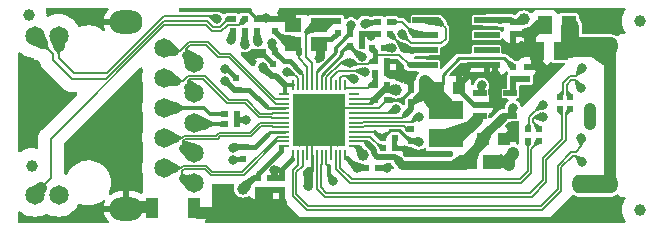
<source format=gbr>
%TF.GenerationSoftware,KiCad,Pcbnew,7.0.9-7.0.9~ubuntu22.04.1*%
%TF.CreationDate,2024-01-19T15:32:02+02:00*%
%TF.ProjectId,USB-GIGABIT_Rev_D,5553422d-4749-4474-9142-49545f526576,rev?*%
%TF.SameCoordinates,PX3473bc0PY4bd12e0*%
%TF.FileFunction,Copper,L1,Top*%
%TF.FilePolarity,Positive*%
%FSLAX46Y46*%
G04 Gerber Fmt 4.6, Leading zero omitted, Abs format (unit mm)*
G04 Created by KiCad (PCBNEW 7.0.9-7.0.9~ubuntu22.04.1) date 2024-01-19 15:32:02*
%MOMM*%
%LPD*%
G01*
G04 APERTURE LIST*
%TA.AperFunction,SMDPad,CuDef*%
%ADD10R,1.400000X1.200000*%
%TD*%
%TA.AperFunction,ComponentPad*%
%ADD11O,4.000000X1.600000*%
%TD*%
%TA.AperFunction,ComponentPad*%
%ADD12C,1.650000*%
%TD*%
%TA.AperFunction,ComponentPad*%
%ADD13O,2.800000X2.000000*%
%TD*%
%TA.AperFunction,SMDPad,CuDef*%
%ADD14R,0.500000X0.550000*%
%TD*%
%TA.AperFunction,SMDPad,CuDef*%
%ADD15R,0.550000X0.500000*%
%TD*%
%TA.AperFunction,SMDPad,CuDef*%
%ADD16R,1.270000X1.524000*%
%TD*%
%TA.AperFunction,SMDPad,CuDef*%
%ADD17R,1.016000X1.778000*%
%TD*%
%TA.AperFunction,SMDPad,CuDef*%
%ADD18R,1.016000X1.016000*%
%TD*%
%TA.AperFunction,SMDPad,CuDef*%
%ADD19R,1.524000X1.270000*%
%TD*%
%TA.AperFunction,SMDPad,CuDef*%
%ADD20R,2.200000X0.600000*%
%TD*%
%TA.AperFunction,SMDPad,CuDef*%
%ADD21R,0.927000X0.200000*%
%TD*%
%TA.AperFunction,SMDPad,CuDef*%
%ADD22R,0.200000X0.927000*%
%TD*%
%TA.AperFunction,ComponentPad*%
%ADD23C,1.300000*%
%TD*%
%TA.AperFunction,ComponentPad*%
%ADD24C,1.800000*%
%TD*%
%TA.AperFunction,SMDPad,CuDef*%
%ADD25R,4.500000X4.500000*%
%TD*%
%TA.AperFunction,SMDPad,CuDef*%
%ADD26R,3.000000X1.600000*%
%TD*%
%TA.AperFunction,SMDPad,CuDef*%
%ADD27R,1.200000X0.550000*%
%TD*%
%TA.AperFunction,ConnectorPad*%
%ADD28C,1.000000*%
%TD*%
%TA.AperFunction,SMDPad,CuDef*%
%ADD29C,1.000000*%
%TD*%
%TA.AperFunction,ViaPad*%
%ADD30C,1.000000*%
%TD*%
%TA.AperFunction,ViaPad*%
%ADD31C,0.800000*%
%TD*%
%TA.AperFunction,Conductor*%
%ADD32C,0.203200*%
%TD*%
%TA.AperFunction,Conductor*%
%ADD33C,0.254000*%
%TD*%
%TA.AperFunction,Conductor*%
%ADD34C,0.127000*%
%TD*%
%TA.AperFunction,Conductor*%
%ADD35C,0.406400*%
%TD*%
%TA.AperFunction,Conductor*%
%ADD36C,0.508000*%
%TD*%
%TA.AperFunction,Conductor*%
%ADD37C,0.762000*%
%TD*%
%TA.AperFunction,Conductor*%
%ADD38C,0.152400*%
%TD*%
%TA.AperFunction,Conductor*%
%ADD39C,0.304800*%
%TD*%
%TA.AperFunction,Conductor*%
%ADD40C,1.016000*%
%TD*%
%TA.AperFunction,Conductor*%
%ADD41C,0.250000*%
%TD*%
%TA.AperFunction,Conductor*%
%ADD42C,0.199900*%
%TD*%
%TA.AperFunction,Conductor*%
%ADD43C,1.524000*%
%TD*%
%TA.AperFunction,Conductor*%
%ADD44C,0.154940*%
%TD*%
%TA.AperFunction,Conductor*%
%ADD45C,0.177800*%
%TD*%
G04 APERTURE END LIST*
D10*
X23656000Y17181000D03*
X25856000Y15581000D03*
X25856000Y17181000D03*
X23656000Y15581000D03*
D11*
X49200000Y3650000D03*
X49200000Y15350000D03*
D12*
X12691500Y15215000D03*
X15231500Y13945000D03*
X12691500Y12675000D03*
X15231500Y11405000D03*
X12691500Y10135000D03*
X15231500Y8865000D03*
X12691500Y7595000D03*
X15231500Y6325000D03*
X12691500Y5055000D03*
X15231500Y3785000D03*
X3801500Y16231000D03*
X1769500Y16231000D03*
X3801500Y2769000D03*
X1769500Y2769000D03*
D13*
X9541500Y17400000D03*
X9541500Y1600000D03*
D14*
X18914000Y8761000D03*
X17898000Y8761000D03*
D15*
X46219000Y10031000D03*
X46219000Y11047000D03*
D14*
X17898000Y9650000D03*
X18914000Y9650000D03*
D16*
X46346000Y14984000D03*
X44314000Y14984000D03*
D15*
X42282000Y16381000D03*
X42282000Y17397000D03*
X27423000Y17524000D03*
X27423000Y16508000D03*
X22089000Y16635000D03*
X22089000Y17651000D03*
D17*
X11675000Y1649000D03*
X15231000Y1649000D03*
D15*
X21962000Y13841000D03*
X21962000Y12825000D03*
X20692000Y3173000D03*
X20692000Y4189000D03*
D18*
X39742000Y7491000D03*
X41520000Y7491000D03*
D14*
X31233000Y7618000D03*
X32249000Y7618000D03*
X29455000Y16381000D03*
X28439000Y16381000D03*
D15*
X18787000Y12698000D03*
X18787000Y11682000D03*
D18*
X35932000Y11809000D03*
X37710000Y11809000D03*
D15*
X19422000Y6856000D03*
X19422000Y5840000D03*
D14*
X22089000Y14857000D03*
X21073000Y14857000D03*
D15*
X33646000Y11682000D03*
X33646000Y10666000D03*
D14*
X28439000Y15365000D03*
X29455000Y15365000D03*
X31233000Y6700000D03*
X32249000Y6700000D03*
D15*
X22724000Y3173000D03*
X22724000Y4189000D03*
X21708000Y4189000D03*
X21708000Y3173000D03*
D14*
X30852000Y5078000D03*
X29836000Y5078000D03*
D19*
X40504000Y5586000D03*
X38472000Y5586000D03*
D15*
X43552000Y7364000D03*
X43552000Y8380000D03*
X44441000Y7364000D03*
X44441000Y8380000D03*
D16*
X46981000Y17143000D03*
X44949000Y17143000D03*
D14*
X30852000Y17397000D03*
X31868000Y17397000D03*
X31868000Y16381000D03*
X30852000Y16381000D03*
X31614000Y12063000D03*
X30598000Y12063000D03*
X31614000Y13079000D03*
X30598000Y13079000D03*
D15*
X33646000Y7364000D03*
X33646000Y8380000D03*
D14*
X30344000Y15238000D03*
X31360000Y15238000D03*
X30598000Y14095000D03*
X31614000Y14095000D03*
D20*
X34856000Y17547137D03*
X34856000Y16277137D03*
X34856000Y15007137D03*
X34856000Y13737137D03*
X40056000Y13737137D03*
X40056000Y15007137D03*
X40056000Y16277137D03*
X40056000Y17547137D03*
D21*
X22882488Y11294500D03*
X22882488Y10894500D03*
X22882488Y10494500D03*
X22882488Y10094500D03*
X22882488Y9694500D03*
X22882488Y9294500D03*
X22882488Y8894500D03*
X22882488Y8494500D03*
X22882488Y8094500D03*
X22882488Y7694500D03*
X22882488Y7294500D03*
X22882488Y6894500D03*
D22*
X23665988Y6111000D03*
X24065988Y6111000D03*
X24465988Y6111000D03*
X24865988Y6111000D03*
X25265988Y6111000D03*
X25665988Y6111000D03*
X26065988Y6111000D03*
X26465988Y6111000D03*
X26865988Y6111000D03*
X27265988Y6111000D03*
X27665988Y6111000D03*
X28065988Y6111000D03*
D21*
X28849488Y6894500D03*
X28849488Y7294500D03*
X28849488Y7694500D03*
X28849488Y8094500D03*
X28849488Y8494500D03*
X28849488Y8894500D03*
X28849488Y9294500D03*
X28849488Y9694500D03*
X28849488Y10094500D03*
X28849488Y10494500D03*
X28849488Y10894500D03*
X28849488Y11294500D03*
D22*
X28065988Y12078000D03*
X27665988Y12078000D03*
X27265988Y12078000D03*
X26865988Y12078000D03*
X26465988Y12078000D03*
X26065988Y12078000D03*
X25665988Y12078000D03*
X25265988Y12078000D03*
X24865988Y12078000D03*
X24465988Y12078000D03*
X24065988Y12078000D03*
X23665988Y12078000D03*
D23*
X27465988Y10694500D03*
X24265988Y10694500D03*
D24*
X25865988Y9094500D03*
D25*
X25865988Y9094500D03*
D23*
X27465988Y7494500D03*
X24265988Y7494500D03*
D14*
X30598000Y10793000D03*
X31614000Y10793000D03*
D15*
X19549000Y17651000D03*
X19549000Y16635000D03*
X18533000Y17651000D03*
X18533000Y16635000D03*
X20565000Y16635000D03*
X20565000Y17651000D03*
D26*
X36567000Y7561000D03*
X36567000Y9961000D03*
D15*
X43425000Y12571000D03*
X43425000Y13587000D03*
X42282000Y13587000D03*
X42282000Y12571000D03*
D27*
X39458000Y11362000D03*
X39458000Y10412000D03*
X39458000Y9462000D03*
X42058000Y9462000D03*
X42058000Y11362000D03*
D15*
X47108000Y10031000D03*
X47108000Y11047000D03*
D28*
X1515000Y5205000D03*
X53000000Y17500000D03*
D29*
X1261000Y18032000D03*
X53000000Y1500000D03*
D30*
X50000000Y17500000D03*
X21200000Y2157000D03*
D31*
X17212200Y17651000D03*
D30*
X3801000Y10666000D03*
X1388000Y7618000D03*
X1388000Y10666000D03*
X1388000Y13968000D03*
X6595000Y7872000D03*
X9389000Y10920000D03*
X9389000Y7872000D03*
X8881000Y4189000D03*
D31*
X18406000Y15873000D03*
X22724000Y18159000D03*
X24883000Y3554000D03*
D30*
X40758000Y10539000D03*
X43044000Y14984000D03*
X42155000Y8507000D03*
X43679000Y16381000D03*
X37710000Y17270000D03*
D31*
X25899000Y14476000D03*
X17898000Y13460000D03*
D30*
X40758000Y12825000D03*
X38218000Y13460000D03*
X46854000Y1141000D03*
X44949000Y13206000D03*
X19295000Y1014000D03*
D31*
X21327000Y17778000D03*
X24883000Y4443000D03*
X18533000Y5713000D03*
X20311000Y14603000D03*
X19694500Y9142000D03*
D30*
X48759000Y8761000D03*
D31*
X33265000Y6475000D03*
D30*
X33392000Y12571000D03*
D31*
X31614000Y5078000D03*
X30217000Y16254000D03*
D30*
X22978000Y1014000D03*
X48759000Y10031000D03*
D31*
X34281000Y7237000D03*
X28566000Y17143000D03*
D30*
X29582000Y6104503D03*
X19422000Y3300000D03*
D31*
X21073000Y13587000D03*
D30*
X43195230Y17626770D03*
X32376000Y11682000D03*
D31*
X31995000Y15238000D03*
X39615000Y12044500D03*
X42282000Y10158000D03*
X27042000Y3935000D03*
X29455000Y14476000D03*
D30*
X34789000Y11301000D03*
D31*
X29074000Y5078000D03*
X17898000Y12444000D03*
X18533000Y6729000D03*
D30*
X34789000Y12444000D03*
D31*
X22033476Y4879524D03*
X21835000Y15619000D03*
X33011000Y15238000D03*
X28820000Y12571000D03*
X20692000Y15746000D03*
X23105000Y13206000D03*
X47997000Y11809000D03*
X48098600Y13500000D03*
D30*
X41901000Y5332000D03*
X42282000Y6348000D03*
D31*
X34281000Y9396000D03*
X29709000Y17270000D03*
X32376000Y10031000D03*
X44822000Y10412000D03*
X44822000Y9396000D03*
X48060108Y7618000D03*
X48124000Y5586000D03*
X32884000Y16381000D03*
X29709000Y13206000D03*
X28439000Y13968000D03*
X19549000Y15492000D03*
D32*
X49008000Y18492000D02*
X42500000Y18492000D01*
X50000000Y17500000D02*
X49008000Y18492000D01*
D33*
X19803000Y18413000D02*
X14342000Y18413000D01*
X20565000Y17651000D02*
X19803000Y18413000D01*
D34*
X13684000Y7595000D02*
X14239190Y7595000D01*
X14389190Y7745000D02*
X17157790Y7745000D01*
X21908000Y8894500D02*
X22187237Y8894500D01*
X14239190Y7595000D02*
X14389190Y7745000D01*
X17157790Y7745000D02*
X17386390Y7973600D01*
X17386390Y7973600D02*
X19978994Y7973600D01*
X19978994Y7973600D02*
X20826894Y8821500D01*
X20826894Y8821500D02*
X21835000Y8821500D01*
X21835000Y8821500D02*
X21908000Y8894500D01*
X14342000Y6729000D02*
X14342000Y7338600D01*
X21860400Y8567500D02*
X21933400Y8494500D01*
X14342000Y7338600D02*
X14494400Y7491000D01*
X14494400Y7491000D02*
X17263000Y7491000D01*
X17263000Y7491000D02*
X17491600Y7719600D01*
X17491600Y7719600D02*
X20084206Y7719600D01*
X20084206Y7719600D02*
X20932106Y8567500D01*
X20932106Y8567500D02*
X21860400Y8567500D01*
X21933400Y8494500D02*
X22187237Y8494500D01*
X13707000Y12444000D02*
X14342000Y12444000D01*
X14342000Y12444000D02*
X14723000Y12825000D01*
X21835000Y9621500D02*
X21908000Y9694500D01*
X14723000Y12825000D02*
X16172606Y12825000D01*
X16172606Y12825000D02*
X18204606Y10793000D01*
X18204606Y10793000D02*
X19728604Y10793000D01*
X19728604Y10793000D02*
X20900106Y9621500D01*
X20900106Y9621500D02*
X21835000Y9621500D01*
X21908000Y9694500D02*
X22187237Y9694500D01*
X22187237Y9294500D02*
X21908000Y9294500D01*
X14850000Y12571000D02*
X14723000Y12444000D01*
X21908000Y9294500D02*
X21835000Y9367500D01*
X21835000Y9367500D02*
X20794894Y9367500D01*
X20794894Y9367500D02*
X19623394Y10539000D01*
X19623394Y10539000D02*
X18099394Y10539000D01*
X18099394Y10539000D02*
X16067394Y12571000D01*
X16067394Y12571000D02*
X14850000Y12571000D01*
X14723000Y12444000D02*
X14723000Y11913500D01*
D32*
X23665988Y6111000D02*
X23562200Y6007212D01*
X23562200Y6007212D02*
X23562200Y5789200D01*
D35*
X22724000Y4951000D02*
X23562200Y5789200D01*
X22724000Y4951000D02*
X22652524Y4879524D01*
X22652524Y4879524D02*
X22033476Y4879524D01*
X22724000Y4189000D02*
X22724000Y4951000D01*
D36*
X22033476Y4879524D02*
X22089000Y4824000D01*
X22089000Y4824000D02*
X22089000Y4189000D01*
X21708000Y4189000D02*
X22089000Y4189000D01*
X22089000Y4189000D02*
X22724000Y4189000D01*
D32*
X22882488Y6894500D02*
X22742388Y6754400D01*
X22742388Y6754400D02*
X22597000Y6754400D01*
D35*
X20692000Y4189000D02*
X20692000Y4570000D01*
X20692000Y4570000D02*
X22597000Y6475000D01*
X22597000Y6475000D02*
X22597000Y6754400D01*
D36*
X20692000Y3173000D02*
X21200000Y3173000D01*
X21200000Y3173000D02*
X21708000Y3173000D01*
X21200000Y2157000D02*
X21200000Y3173000D01*
X21708000Y3173000D02*
X22724000Y3173000D01*
D35*
X46346000Y633000D02*
X46854000Y1141000D01*
X22978000Y1014000D02*
X23359000Y633000D01*
X23359000Y633000D02*
X46346000Y633000D01*
D34*
X14342000Y4189000D02*
X14291200Y4239800D01*
X14291200Y4239800D02*
X14291200Y4794990D01*
X16194394Y4951000D02*
X16702396Y4443000D01*
X14291200Y4794990D02*
X14447210Y4951000D01*
X19474604Y4443000D02*
X22326104Y7294500D01*
X22326104Y7294500D02*
X22379986Y7294500D01*
X14447210Y4951000D02*
X16194394Y4951000D01*
X16702396Y4443000D02*
X19474604Y4443000D01*
X13603000Y5055000D02*
X14192000Y5055000D01*
X14192000Y5055000D02*
X14342000Y5205000D01*
X14342000Y5205000D02*
X16299606Y5205000D01*
X16299606Y5205000D02*
X16807606Y4697000D01*
X16807606Y4697000D02*
X19369394Y4697000D01*
X19369394Y4697000D02*
X22366894Y7694500D01*
D37*
X12691500Y5055000D02*
X13603000Y5055000D01*
X14746000Y3785000D02*
X14342000Y4189000D01*
D32*
X22882488Y7294500D02*
X22379986Y7294500D01*
X22366894Y7694500D02*
X22882488Y7694500D01*
D37*
X15231500Y3785000D02*
X14746000Y3785000D01*
D35*
X18533000Y5713000D02*
X18660000Y5840000D01*
X18660000Y5840000D02*
X19422000Y5840000D01*
X18533000Y6729000D02*
X18660000Y6856000D01*
X18660000Y6856000D02*
X19422000Y6856000D01*
D34*
X18025000Y17079500D02*
X18088500Y17143000D01*
X18088500Y17143000D02*
X19041000Y17143000D01*
X19041000Y17143000D02*
X19295000Y17397000D01*
D38*
X17212200Y17651000D02*
X17009000Y17651000D01*
X12740368Y17905000D02*
X7914368Y13079000D01*
X17009000Y17651000D02*
X16755000Y17905000D01*
X16755000Y17905000D02*
X12740368Y17905000D01*
X7914368Y13079000D02*
X5071000Y13079000D01*
X3801500Y14348500D02*
X3801500Y15365000D01*
X5071000Y13079000D02*
X3801500Y14348500D01*
X16755000Y16635000D02*
X16247000Y17143000D01*
X18025000Y17079500D02*
X17580500Y16635000D01*
X17580500Y16635000D02*
X16755000Y16635000D01*
X16247000Y17143000D02*
X12768632Y17143000D01*
X3166000Y7540368D02*
X3166000Y4165500D01*
X12768632Y17143000D02*
X3166000Y7540368D01*
X3166000Y4165500D02*
X2352250Y3351750D01*
X2392750Y15607750D02*
X3293000Y14707500D01*
X3293000Y14222000D02*
X4944000Y12571000D01*
X3293000Y14707500D02*
X3293000Y14222000D01*
X12754500Y17524000D02*
X16374000Y17524000D01*
X4944000Y12571000D02*
X7801500Y12571000D01*
X7801500Y12571000D02*
X12754500Y17524000D01*
X16374000Y17524000D02*
X16882000Y17016000D01*
X16882000Y17016000D02*
X17502868Y17016000D01*
X17502868Y17016000D02*
X18137868Y17651000D01*
X18137868Y17651000D02*
X18152000Y17651000D01*
D35*
X18787000Y12698000D02*
X18025000Y13460000D01*
X18025000Y13460000D02*
X17898000Y13460000D01*
X18660000Y11682000D02*
X17898000Y12444000D01*
X21327000Y10285000D02*
X19930000Y11682000D01*
X19930000Y11682000D02*
X18787000Y11682000D01*
D33*
X22945988Y10094500D02*
X21517500Y10094500D01*
X21517500Y10094500D02*
X21327000Y10285000D01*
D35*
X21454000Y7872000D02*
X20438000Y6856000D01*
X20438000Y6856000D02*
X19422000Y6856000D01*
D33*
X21454000Y7872000D02*
X21676500Y8094500D01*
X21676500Y8094500D02*
X22945988Y8094500D01*
D32*
X22187237Y8894500D02*
X22882488Y8894500D01*
X22187237Y8494500D02*
X22882488Y8494500D01*
D37*
X15231500Y6325000D02*
X14746000Y6325000D01*
X14746000Y6325000D02*
X14342000Y6729000D01*
X12691500Y7595000D02*
X13684000Y7595000D01*
X12691500Y15215000D02*
X12922500Y14984000D01*
X12922500Y14984000D02*
X13554600Y14984000D01*
D34*
X22343000Y10894500D02*
X22141706Y10894500D01*
X22141706Y10894500D02*
X18306206Y14730000D01*
X17442606Y14730000D02*
X16426604Y15746000D01*
X18306206Y14730000D02*
X17442606Y14730000D01*
X16426604Y15746000D02*
X14846390Y15746000D01*
X14084390Y14984000D02*
X13554600Y14984000D01*
X14846390Y15746000D02*
X14084390Y14984000D01*
X14596000Y14580500D02*
X14596000Y15136400D01*
X14596000Y15136400D02*
X14951600Y15492000D01*
X14951600Y15492000D02*
X16321394Y15492000D01*
X16321394Y15492000D02*
X17337394Y14476000D01*
X17337394Y14476000D02*
X18200994Y14476000D01*
X18200994Y14476000D02*
X22182494Y10494500D01*
X22182494Y10494500D02*
X22191630Y10494500D01*
D32*
X22343000Y10894500D02*
X22882488Y10894500D01*
X22191630Y10494500D02*
X22882488Y10494500D01*
X22187237Y9294500D02*
X22882488Y9294500D01*
X22187237Y9694500D02*
X22882488Y9694500D01*
D39*
X17898000Y8761000D02*
X16120000Y8761000D01*
D40*
X15335500Y8761000D02*
X16120000Y8761000D01*
X15231500Y8865000D02*
X15335500Y8761000D01*
D39*
X13653800Y10135000D02*
X16143000Y10135000D01*
D40*
X12691500Y10135000D02*
X13653800Y10135000D01*
D37*
X12691500Y12675000D02*
X12922500Y12444000D01*
X12922500Y12444000D02*
X13707000Y12444000D01*
X15231500Y11405000D02*
X14723000Y11913500D01*
D36*
X19694500Y9142000D02*
X18914000Y9142000D01*
D37*
X14596000Y14580500D02*
X15231500Y13945000D01*
D36*
X21073000Y13587000D02*
X21835000Y12825000D01*
X21835000Y12825000D02*
X21962000Y12825000D01*
D41*
X18660000Y11682000D02*
X18787000Y11682000D01*
D35*
X19549000Y17651000D02*
X19295000Y17397000D01*
D36*
X18533000Y17651000D02*
X18152000Y17651000D01*
X18533000Y16635000D02*
X18533000Y16000000D01*
X18533000Y16000000D02*
X18406000Y15873000D01*
X19549000Y15492000D02*
X19549000Y16635000D01*
X20692000Y15746000D02*
X20565000Y15873000D01*
X20565000Y15873000D02*
X20565000Y16635000D01*
D35*
X22089000Y15111000D02*
X22089000Y14857000D01*
X21835000Y15619000D02*
X21835000Y15365000D01*
X21835000Y15365000D02*
X22089000Y15111000D01*
X23656000Y15581000D02*
X23262400Y15974600D01*
X23262400Y15974600D02*
X22749400Y15974600D01*
X22749400Y15974600D02*
X22089000Y16635000D01*
X25856000Y15581000D02*
X26249600Y15974600D01*
X26249600Y15974600D02*
X26889600Y15974600D01*
X26889600Y15974600D02*
X27423000Y16508000D01*
D39*
X17898000Y9650000D02*
X16628000Y9650000D01*
X16628000Y9650000D02*
X16143000Y10135000D01*
D36*
X18914000Y8761000D02*
X18914000Y9142000D01*
X18914000Y9142000D02*
X18914000Y9650000D01*
D40*
X15231000Y1649000D02*
X15612000Y1268000D01*
X15612000Y1268000D02*
X19041000Y1268000D01*
X19041000Y1268000D02*
X19295000Y1014000D01*
X1769500Y16231000D02*
X2392750Y15607750D01*
X3801500Y16231000D02*
X3801500Y15365000D01*
X1769500Y2769000D02*
X2352250Y3351750D01*
D36*
X19422000Y3300000D02*
X20311000Y4189000D01*
X20311000Y4189000D02*
X20692000Y4189000D01*
X23186000Y17651000D02*
X22089000Y17651000D01*
X21200000Y14603000D02*
X20311000Y14603000D01*
D35*
X21962000Y13841000D02*
X21073000Y14730000D01*
D36*
X21073000Y14730000D02*
X21073000Y14857000D01*
D35*
X22089000Y14857000D02*
X22851000Y14095000D01*
X22851000Y14095000D02*
X23359000Y14095000D01*
X23359000Y14095000D02*
X24248000Y13206000D01*
D32*
X24865988Y13604012D02*
X24865988Y12078000D01*
X24121000Y14349000D02*
X24865988Y13604012D01*
X24121000Y14730000D02*
X24121000Y14349000D01*
D36*
X24121000Y15116000D02*
X23656000Y15581000D01*
X24121000Y14730000D02*
X24121000Y15116000D01*
D32*
X24832200Y16584200D02*
X24756000Y16508000D01*
X24756000Y16508000D02*
X24756000Y14476000D01*
X24756000Y14476000D02*
X25265988Y13966012D01*
X25265988Y13966012D02*
X25265988Y12078000D01*
X24465988Y12078000D02*
X24465988Y12988012D01*
X24465988Y12988012D02*
X24248000Y13206000D01*
D36*
X22216000Y12825000D02*
X22978000Y12063000D01*
X21962000Y12825000D02*
X22216000Y12825000D01*
D32*
X23105000Y13206000D02*
X23486000Y13206000D01*
X23486000Y13206000D02*
X24065988Y12626012D01*
X24065988Y12626012D02*
X24065988Y12078000D01*
D39*
X22978000Y11390012D02*
X22978000Y12063000D01*
X23613000Y12063000D02*
X22978000Y12063000D01*
D32*
X23665988Y12078000D02*
X23650988Y12063000D01*
X23650988Y12063000D02*
X23613000Y12063000D01*
X22978000Y11390012D02*
X22882488Y11294500D01*
D37*
X25856000Y15581000D02*
X25899000Y15538000D01*
X25899000Y15538000D02*
X25899000Y14476000D01*
D36*
X22089000Y17651000D02*
X21454000Y17651000D01*
X21454000Y17651000D02*
X21327000Y17778000D01*
X22851000Y18286000D02*
X23232000Y18286000D01*
X23232000Y18286000D02*
X36694000Y18286000D01*
X23656000Y17181000D02*
X23232000Y17605000D01*
X23232000Y17605000D02*
X23232000Y18286000D01*
X23656000Y17181000D02*
X23186000Y17651000D01*
X22724000Y18159000D02*
X22851000Y18286000D01*
X36694000Y18286000D02*
X37710000Y17270000D01*
X38472000Y12825000D02*
X38548200Y12901200D01*
D33*
X24883000Y4443000D02*
X25265988Y4825988D01*
D36*
X30090000Y16381000D02*
X30217000Y16254000D01*
X38495137Y13737137D02*
X38218000Y13460000D01*
X31868000Y12825000D02*
X31614000Y13079000D01*
D32*
X28065988Y10094500D02*
X27465988Y10694500D01*
D36*
X40056000Y13737137D02*
X38495137Y13737137D01*
X38548200Y12901200D02*
X40681800Y12901200D01*
X33138000Y12825000D02*
X31868000Y12825000D01*
D40*
X43679000Y14984000D02*
X43679000Y16381000D01*
D36*
X40758000Y13737137D02*
X40758000Y12825000D01*
D32*
X28849488Y10094500D02*
X28065988Y10094500D01*
D33*
X25265988Y4825988D02*
X25265988Y6111000D01*
D37*
X24883000Y4443000D02*
X24883000Y3554000D01*
D33*
X31614000Y10793000D02*
X32757000Y10793000D01*
D40*
X44568000Y17143000D02*
X43806000Y16381000D01*
D36*
X30344000Y16381000D02*
X30217000Y16254000D01*
D42*
X24865988Y6174500D02*
X24865988Y7764500D01*
D36*
X40631000Y10412000D02*
X39458000Y10412000D01*
X44060000Y13587000D02*
X44314000Y13841000D01*
X38218000Y13079000D02*
X38472000Y12825000D01*
D42*
X26865988Y6174500D02*
X26865988Y7764500D01*
D36*
X38218000Y13460000D02*
X38218000Y13079000D01*
D40*
X43044000Y14984000D02*
X44314000Y14984000D01*
D36*
X20692000Y17778000D02*
X20565000Y17651000D01*
D40*
X44314000Y14984000D02*
X43679000Y14984000D01*
D36*
X37710000Y12063000D02*
X38472000Y12825000D01*
X40681800Y12901200D02*
X40758000Y12825000D01*
X33646000Y12317000D02*
X33392000Y12571000D01*
D42*
X25265988Y7364500D02*
X24700988Y7929500D01*
D33*
X32757000Y10793000D02*
X33646000Y11682000D01*
D32*
X28849488Y10094500D02*
X30915500Y10094500D01*
D36*
X33392000Y12571000D02*
X33138000Y12825000D01*
D35*
X31614000Y14095000D02*
X31614000Y13079000D01*
D42*
X24865988Y7764500D02*
X24700988Y7929500D01*
D36*
X37710000Y11809000D02*
X37710000Y12063000D01*
X43425000Y13587000D02*
X44060000Y13587000D01*
D33*
X33265000Y6475000D02*
X33040000Y6700000D01*
D42*
X25265988Y6174500D02*
X25265988Y7364500D01*
D40*
X43806000Y16381000D02*
X43679000Y16381000D01*
D36*
X40758000Y10539000D02*
X40631000Y10412000D01*
D42*
X26865988Y7764500D02*
X27030988Y7929500D01*
D32*
X30915500Y10094500D02*
X31614000Y10793000D01*
D36*
X21327000Y17778000D02*
X20692000Y17778000D01*
D42*
X27195988Y10094500D02*
X27030988Y10259500D01*
D40*
X48759000Y10031000D02*
X48759000Y8761000D01*
D36*
X42282000Y16381000D02*
X43679000Y16381000D01*
D40*
X44314000Y13841000D02*
X44949000Y13206000D01*
X44314000Y14984000D02*
X44314000Y13841000D01*
D33*
X33040000Y6700000D02*
X32249000Y6700000D01*
D37*
X42155000Y8507000D02*
X42155000Y8126000D01*
D36*
X33646000Y11682000D02*
X33646000Y12317000D01*
D35*
X39458000Y10412000D02*
X38980000Y10412000D01*
D40*
X44949000Y17143000D02*
X44568000Y17143000D01*
D36*
X29455000Y16381000D02*
X30090000Y16381000D01*
X30852000Y16381000D02*
X30344000Y16381000D01*
D40*
X40758000Y12825000D02*
X40758000Y10539000D01*
D35*
X29455000Y15365000D02*
X29455000Y16381000D01*
X37710000Y11682000D02*
X37710000Y11809000D01*
X38980000Y10412000D02*
X37710000Y11682000D01*
D36*
X40056000Y13737137D02*
X40758000Y13737137D01*
D37*
X42155000Y8126000D02*
X41520000Y7491000D01*
D35*
X31614000Y5078000D02*
X30852000Y5078000D01*
D43*
X47108000Y17016000D02*
X47108000Y15350000D01*
D40*
X50458000Y15413000D02*
X50458000Y3650000D01*
X49200000Y15350000D02*
X49263000Y15413000D01*
X49200000Y15350000D02*
X47108000Y15350000D01*
X49263000Y15413000D02*
X50458000Y15413000D01*
X48834000Y14984000D02*
X49200000Y15350000D01*
X46346000Y14984000D02*
X48834000Y14984000D01*
X50458000Y3650000D02*
X49200000Y3650000D01*
X46981000Y17143000D02*
X47108000Y17016000D01*
D36*
X31512400Y11682000D02*
X31448900Y11745500D01*
X34281000Y7237000D02*
X34154000Y7364000D01*
X43195230Y17626770D02*
X42965460Y17397000D01*
D32*
X30496500Y10894500D02*
X30598000Y10793000D01*
D36*
X42965460Y17397000D02*
X42282000Y17397000D01*
D32*
X28849488Y10894500D02*
X30496500Y10894500D01*
D33*
X32630000Y8253000D02*
X33519000Y7364000D01*
X31233000Y7618000D02*
X31055200Y7618000D01*
D36*
X34154000Y7364000D02*
X33646000Y7364000D01*
X28439000Y17016000D02*
X28566000Y17143000D01*
X31448900Y11745500D02*
X31614000Y11910600D01*
X31614000Y11910600D02*
X30598000Y10894600D01*
D39*
X27296000Y14857000D02*
X27296000Y15238000D01*
D36*
X31614000Y12063000D02*
X31614000Y11910600D01*
X29582000Y6348000D02*
X29201000Y6729000D01*
D32*
X29014988Y6729000D02*
X29201000Y6729000D01*
D42*
X29582000Y6104503D02*
X29575985Y6104503D01*
D39*
X31055200Y7618000D02*
X30578700Y8094500D01*
D32*
X28849488Y10494500D02*
X30299500Y10494500D01*
X25665988Y13244794D02*
X25665988Y12014500D01*
D33*
X31233000Y7618000D02*
X31868000Y8253000D01*
D36*
X40056000Y17547137D02*
X42131863Y17547137D01*
D39*
X27296000Y15238000D02*
X28439000Y16381000D01*
D36*
X32376000Y11682000D02*
X31512400Y11682000D01*
D42*
X30578700Y8094500D02*
X28785988Y8094500D01*
D36*
X42131863Y17547137D02*
X42282000Y17397000D01*
X29582000Y6104503D02*
X29582000Y6348000D01*
D32*
X30299500Y10494500D02*
X30598000Y10793000D01*
D36*
X30598000Y10894600D02*
X30598000Y10793000D01*
D33*
X31868000Y8253000D02*
X32630000Y8253000D01*
D32*
X27296000Y14857000D02*
X27278194Y14857000D01*
D33*
X33519000Y7364000D02*
X33646000Y7364000D01*
D32*
X28849488Y6894500D02*
X29014988Y6729000D01*
D36*
X28439000Y16381000D02*
X28439000Y17016000D01*
X31360000Y15238000D02*
X31995000Y15238000D01*
D33*
X27278194Y14857000D02*
X25665988Y13244794D01*
D36*
X25429000Y17181000D02*
X25856000Y17181000D01*
X25856000Y17181000D02*
X26199000Y17524000D01*
X24832200Y16584200D02*
X25429000Y17181000D01*
D44*
X26010000Y17130200D02*
X25959200Y17181000D01*
D39*
X25811678Y17130200D02*
X25856000Y17174522D01*
X25856000Y17174522D02*
X25856000Y17181000D01*
D36*
X26199000Y17524000D02*
X27423000Y17524000D01*
D44*
X25959200Y17181000D02*
X25856000Y17181000D01*
D39*
X23681512Y15581000D02*
X23656000Y15581000D01*
D37*
X11571000Y1753000D02*
X11675000Y1649000D01*
D40*
X9389500Y1753000D02*
X11571000Y1753000D01*
D33*
X41459000Y9462000D02*
X42058000Y9462000D01*
D36*
X29886800Y7186200D02*
X30471000Y6602000D01*
D37*
X39742000Y7491000D02*
X39742000Y7237000D01*
D33*
X41393000Y9396000D02*
X41459000Y9462000D01*
D36*
X30788500Y5967000D02*
X32249000Y5967000D01*
X30471000Y6602000D02*
X30471000Y6284500D01*
D37*
X38472000Y5967000D02*
X38472000Y5586000D01*
X39742000Y7237000D02*
X38472000Y5967000D01*
D42*
X29886800Y7186200D02*
X29778500Y7294500D01*
D36*
X32249000Y5967000D02*
X32503000Y5713000D01*
X42282000Y9686000D02*
X42282000Y10158000D01*
D37*
X32884000Y5332000D02*
X38218000Y5332000D01*
X38218000Y5332000D02*
X38472000Y5586000D01*
D36*
X39458000Y11362000D02*
X39615000Y11519000D01*
X39615000Y11519000D02*
X39615000Y12044500D01*
D37*
X41393000Y9396000D02*
X39742000Y7745000D01*
D36*
X42058000Y9462000D02*
X42282000Y9686000D01*
D37*
X39742000Y7745000D02*
X39742000Y7491000D01*
X32503000Y5713000D02*
X32884000Y5332000D01*
D36*
X30471000Y6284500D02*
X30788500Y5967000D01*
D42*
X29778500Y7294500D02*
X28785988Y7294500D01*
D32*
X26465988Y6111000D02*
X26465988Y5400012D01*
D33*
X36313000Y12952000D02*
X36313000Y12190000D01*
D40*
X34789000Y11301000D02*
X34789000Y11809000D01*
D32*
X28185000Y5865400D02*
X28065988Y5984412D01*
D40*
X35424000Y11809000D02*
X34789000Y12444000D01*
D39*
X27826847Y14879847D02*
X27826847Y14707153D01*
D32*
X28065988Y5984412D02*
X28065988Y6111000D01*
D35*
X28185000Y5865400D02*
X28972400Y5078000D01*
D40*
X35932000Y11809000D02*
X35424000Y11809000D01*
D36*
X34789000Y11301000D02*
X34535000Y11301000D01*
D33*
X26065988Y12946294D02*
X27826847Y14707153D01*
D32*
X26065988Y12946294D02*
X26065988Y12014500D01*
D39*
X29328000Y14476000D02*
X28439000Y15365000D01*
D40*
X35494000Y10596000D02*
X34789000Y11301000D01*
D33*
X36313000Y12190000D02*
X35932000Y11809000D01*
D39*
X29455000Y14476000D02*
X29328000Y14476000D01*
D32*
X28439000Y15319306D02*
X28439000Y15365000D01*
X28785988Y9294500D02*
X32909500Y9294500D01*
D40*
X34789000Y11809000D02*
X34789000Y12444000D01*
D33*
X41520000Y14349000D02*
X37710000Y14349000D01*
D36*
X42282000Y13587000D02*
X42028000Y13841000D01*
D33*
X37710000Y14349000D02*
X36313000Y12952000D01*
D35*
X29074000Y5078000D02*
X29836000Y5078000D01*
D36*
X34535000Y11301000D02*
X33900000Y10666000D01*
D33*
X42028000Y13841000D02*
X41520000Y14349000D01*
D39*
X27042000Y4062000D02*
X26661000Y4443000D01*
X27042000Y3935000D02*
X27042000Y4062000D01*
X28439000Y15365000D02*
X28312000Y15365000D01*
D35*
X28972400Y5078000D02*
X29074000Y5078000D01*
D39*
X26661000Y4443000D02*
X26661000Y5205000D01*
D40*
X35932000Y10596000D02*
X35932000Y11809000D01*
D36*
X33900000Y10666000D02*
X33646000Y10666000D01*
D32*
X26465988Y5400012D02*
X26661000Y5205000D01*
D36*
X33646000Y10031000D02*
X33646000Y10666000D01*
D40*
X35932000Y11809000D02*
X34789000Y11809000D01*
D36*
X33138000Y9523000D02*
X33646000Y10031000D01*
D40*
X35932000Y10596000D02*
X35494000Y10596000D01*
X36567000Y9961000D02*
X35932000Y10596000D01*
D32*
X32909500Y9294500D02*
X33138000Y9523000D01*
D39*
X28312000Y15365000D02*
X27826847Y14879847D01*
D32*
X31160400Y6700000D02*
X31233000Y6700000D01*
X30165900Y7694500D02*
X31160400Y6700000D01*
X28785988Y7694500D02*
X30165900Y7694500D01*
D36*
X39458000Y9366000D02*
X39234000Y9142000D01*
D40*
X37653000Y7561000D02*
X39234000Y9142000D01*
X36567000Y7561000D02*
X37653000Y7561000D01*
D36*
X39458000Y9462000D02*
X39458000Y9366000D01*
D38*
X32884000Y17397000D02*
X33646000Y16635000D01*
D36*
X31868000Y17397000D02*
X32249000Y17397000D01*
X34003863Y16277137D02*
X33646000Y16635000D01*
X34856000Y16277137D02*
X34003863Y16277137D01*
D38*
X32249000Y17397000D02*
X32884000Y17397000D01*
X28566000Y12825000D02*
X27795588Y12825000D01*
X28820000Y12571000D02*
X28566000Y12825000D01*
D36*
X34856000Y15007137D02*
X33241863Y15007137D01*
D38*
X27795588Y12825000D02*
X27665988Y12695400D01*
D36*
X33241863Y15007137D02*
X33011000Y15238000D01*
D42*
X27665988Y12695400D02*
X27665988Y12014500D01*
D36*
X31868000Y16381000D02*
X32122000Y16127000D01*
D38*
X32122000Y16127000D02*
X33011000Y15238000D01*
D32*
X28065988Y11809000D02*
X28065988Y12078000D01*
D36*
X30598000Y12063000D02*
X30217000Y12063000D01*
D32*
X29963000Y11809000D02*
X28065988Y11809000D01*
X30217000Y12063000D02*
X29963000Y11809000D01*
D35*
X30598000Y12063000D02*
X30598000Y13079000D01*
D32*
X28785988Y8494500D02*
X29569500Y8494500D01*
D38*
X29569500Y8494500D02*
X29709000Y8634000D01*
X33011000Y8634000D02*
X33265000Y8380000D01*
X29709000Y8634000D02*
X33011000Y8634000D01*
D35*
X33265000Y8380000D02*
X33646000Y8380000D01*
D36*
X43425000Y12571000D02*
X42282000Y12571000D01*
X42058000Y11362000D02*
X42282000Y11586000D01*
X42282000Y11586000D02*
X42282000Y12571000D01*
D45*
X46828600Y12102563D02*
X47220837Y12494800D01*
X46828600Y11326400D02*
X46828600Y12102563D01*
X47997000Y12063000D02*
X47997000Y11809000D01*
X47108000Y11047000D02*
X46828600Y11326400D01*
X47565200Y12494800D02*
X47997000Y12063000D01*
X47220837Y12494800D02*
X47565200Y12494800D01*
X47108000Y9954800D02*
X47108000Y10031000D01*
D32*
X25665988Y6111000D02*
X25665988Y5415749D01*
D45*
X43874388Y2626900D02*
X45114100Y3866612D01*
X45114100Y5751100D02*
X46752400Y7389401D01*
X43874388Y2626900D02*
X26338612Y2626900D01*
X26338612Y2626900D02*
X25700888Y3264624D01*
X25665988Y5415749D02*
X25700888Y5380849D01*
X46752400Y7389401D02*
X46752400Y9599200D01*
X25700888Y5380849D02*
X25700888Y3264624D01*
X46752400Y9599200D02*
X47108000Y9954800D01*
X45114100Y3866612D02*
X45114100Y5751100D01*
X48098600Y13307600D02*
X47616000Y12825000D01*
X46498400Y12239337D02*
X46498400Y11326400D01*
X48098600Y13500000D02*
X48098600Y13307600D01*
X46498400Y11326400D02*
X46219000Y11047000D01*
X47084063Y12825000D02*
X46498400Y12239337D01*
X47616000Y12825000D02*
X47084063Y12825000D01*
D32*
X26065988Y6111000D02*
X26065988Y5415749D01*
D45*
X43737612Y2957100D02*
X44783900Y4003388D01*
X26031088Y5380849D02*
X26031088Y3401400D01*
X46422200Y7526174D02*
X46422200Y9726200D01*
X26065988Y5415749D02*
X26031088Y5380849D01*
X46422200Y9726200D02*
X46219000Y9929400D01*
X44783900Y4003388D02*
X44783900Y5887874D01*
X43737612Y2957100D02*
X26475388Y2957100D01*
X26475388Y2957100D02*
X26031088Y3401400D01*
X44783900Y5887874D02*
X46422200Y7526174D01*
X46219000Y9929400D02*
X46219000Y10031000D01*
D40*
X42282000Y6348000D02*
X42282000Y6221000D01*
X40504000Y5586000D02*
X41647000Y5586000D01*
X42282000Y6221000D02*
X41901000Y5840000D01*
X41901000Y5840000D02*
X41901000Y5332000D01*
X41647000Y5586000D02*
X41901000Y5840000D01*
D32*
X28849488Y8894500D02*
X29512300Y8894500D01*
D38*
X29512300Y8894500D02*
X29582000Y8964200D01*
X29582000Y8964200D02*
X33849200Y8964200D01*
X34281000Y9396000D02*
X33849200Y8964200D01*
X32039500Y9694500D02*
X29664500Y9694500D01*
D35*
X29836000Y17397000D02*
X30852000Y17397000D01*
D38*
X32376000Y10031000D02*
X32039500Y9694500D01*
D35*
X29709000Y17270000D02*
X29836000Y17397000D01*
D32*
X28849488Y9694500D02*
X29664500Y9694500D01*
D45*
X43552000Y8380000D02*
X43628200Y8456200D01*
X43628200Y8456200D02*
X43628200Y9345200D01*
X43628200Y9345200D02*
X44695000Y10412000D01*
X44695000Y10412000D02*
X44822000Y10412000D01*
X43552000Y7364000D02*
X43513900Y7325900D01*
X43513900Y7325900D02*
X43513900Y4765388D01*
X28636818Y4097670D02*
X27665988Y5068500D01*
X27665988Y5068500D02*
X27665988Y5415749D01*
X43513900Y4765388D02*
X42846182Y4097670D01*
X42846182Y4097670D02*
X28636818Y4097670D01*
D32*
X27665988Y6111000D02*
X27665988Y5415749D01*
D45*
X43958400Y9192800D02*
X44161600Y9396000D01*
X44441000Y8456200D02*
X43958400Y8938800D01*
X44161600Y9396000D02*
X44822000Y9396000D01*
X43958400Y8938800D02*
X43958400Y9192800D01*
X44441000Y8380000D02*
X44441000Y8456200D01*
X43844100Y6690900D02*
X43844100Y4628612D01*
X27265988Y5001524D02*
X27265988Y5415749D01*
X44441000Y7364000D02*
X44441000Y7287800D01*
X28500042Y3767470D02*
X27265988Y5001524D01*
X43844100Y4628612D02*
X42982958Y3767470D01*
X44441000Y7287800D02*
X43844100Y6690900D01*
X42982958Y3767470D02*
X28500042Y3767470D01*
D32*
X27265988Y6111000D02*
X27265988Y5415749D01*
D45*
X44626612Y1814100D02*
X24951388Y1814100D01*
X24951388Y1814100D02*
X23943200Y2822288D01*
X46053900Y3241388D02*
X44626612Y1814100D01*
X48060108Y7618000D02*
X48060108Y6893708D01*
X23943200Y4714826D02*
X24465988Y5237614D01*
X46053900Y5247352D02*
X46053900Y3241388D01*
D32*
X24465988Y5237614D02*
X24465988Y6174500D01*
D45*
X23943200Y2822288D02*
X23943200Y4714826D01*
X47590600Y6424200D02*
X47230747Y6424200D01*
X47230747Y6424200D02*
X46053900Y5247352D01*
X48060108Y6893708D02*
X47590600Y6424200D01*
D32*
X24065988Y5474014D02*
X24065988Y6174500D01*
D45*
X48124000Y5611400D02*
X47641400Y6094000D01*
X47641400Y6094000D02*
X47367521Y6094000D01*
X48124000Y5586000D02*
X48124000Y5611400D01*
X23613000Y2685515D02*
X23613000Y4851600D01*
X47367521Y6094000D02*
X46384100Y5110579D01*
X44763388Y1483900D02*
X24814612Y1483900D01*
X23613000Y4851600D02*
X24065988Y5304588D01*
X46384100Y5110579D02*
X46384100Y3104612D01*
X46384100Y3104612D02*
X44763388Y1483900D01*
X24814612Y1483900D02*
X23613000Y2685515D01*
X24065988Y5304588D02*
X24065988Y5474014D01*
D38*
X36186000Y17270000D02*
X36567000Y16889000D01*
X27499200Y13282200D02*
X26865988Y12648988D01*
X36567000Y16889000D02*
X36567000Y16000000D01*
X29632800Y13282200D02*
X27499200Y13282200D01*
X36186000Y15619000D02*
X33646000Y15619000D01*
D42*
X26865988Y12648988D02*
X26865988Y12014500D01*
D36*
X34856000Y17547137D02*
X35908863Y17547137D01*
D38*
X29709000Y13206000D02*
X29632800Y13282200D01*
D36*
X35908863Y17547137D02*
X36186000Y17270000D01*
D38*
X36567000Y16000000D02*
X36186000Y15619000D01*
X33646000Y15619000D02*
X32884000Y16381000D01*
X33519000Y13737137D02*
X32653137Y14603000D01*
X29963000Y13841000D02*
X30217000Y14095000D01*
D36*
X34856000Y13737137D02*
X33519000Y13737137D01*
D35*
X30217000Y14095000D02*
X30598000Y14095000D01*
D38*
X28566000Y13841000D02*
X29963000Y13841000D01*
X28439000Y13968000D02*
X27677000Y13968000D01*
D35*
X30598000Y14984000D02*
X30344000Y15238000D01*
D42*
X26465988Y12756988D02*
X26465988Y12014500D01*
D38*
X28439000Y13968000D02*
X28566000Y13841000D01*
D35*
X30598000Y14603000D02*
X30598000Y14984000D01*
D38*
X27677000Y13968000D02*
X26465988Y12756988D01*
X32653137Y14603000D02*
X30598000Y14603000D01*
D35*
X30598000Y14095000D02*
X30598000Y14603000D01*
%TA.AperFunction,Conductor*%
G36*
X18646502Y3660998D02*
G01*
X18692995Y3607342D01*
X18703099Y3537068D01*
X18697310Y3513386D01*
X18681763Y3468954D01*
X18662726Y3300000D01*
X18681763Y3131046D01*
X18733139Y2984222D01*
X18737918Y2970563D01*
X18737919Y2970561D01*
X18828375Y2826601D01*
X18828377Y2826598D01*
X18948597Y2706378D01*
X18948600Y2706376D01*
X19092563Y2615918D01*
X19253046Y2559763D01*
X19422000Y2540726D01*
X19590954Y2559763D01*
X19751437Y2615918D01*
X19830536Y2665620D01*
X19898856Y2684926D01*
X19966769Y2664231D01*
X19998440Y2634443D01*
X20054097Y2560095D01*
X20171034Y2472556D01*
X20307906Y2421506D01*
X20368402Y2415001D01*
X20368415Y2415000D01*
X20442000Y2415000D01*
X20442000Y2923000D01*
X20942000Y2923000D01*
X20942000Y2415000D01*
X21015585Y2415000D01*
X21015597Y2415001D01*
X21076093Y2421506D01*
X21076101Y2421508D01*
X21155967Y2451296D01*
X21226783Y2456362D01*
X21244033Y2451296D01*
X21323898Y2421508D01*
X21323906Y2421506D01*
X21384402Y2415001D01*
X21384415Y2415000D01*
X21458000Y2415000D01*
X21458000Y2923000D01*
X21958000Y2923000D01*
X21958000Y2415000D01*
X22031585Y2415000D01*
X22031597Y2415001D01*
X22092093Y2421506D01*
X22092101Y2421508D01*
X22171967Y2451296D01*
X22242783Y2456362D01*
X22260033Y2451296D01*
X22339898Y2421508D01*
X22339906Y2421506D01*
X22400402Y2415001D01*
X22400415Y2415000D01*
X22474000Y2415000D01*
X22474000Y2923000D01*
X21958000Y2923000D01*
X21458000Y2923000D01*
X20942000Y2923000D01*
X20442000Y2923000D01*
X20442000Y3297000D01*
X20462002Y3365121D01*
X20515658Y3411614D01*
X20568000Y3423000D01*
X22848000Y3423000D01*
X22916121Y3402998D01*
X22962614Y3349342D01*
X22974000Y3297000D01*
X22974000Y2415000D01*
X22979000Y2415000D01*
X23047121Y2394998D01*
X23093614Y2341342D01*
X23105000Y2289000D01*
X23105000Y2029999D01*
X24247998Y887001D01*
X24248000Y887000D01*
X45457000Y887000D01*
X47298095Y2728095D01*
X47360407Y2762120D01*
X47431222Y2757056D01*
X47446571Y2750129D01*
X47594508Y2671055D01*
X47793282Y2610758D01*
X47793286Y2610758D01*
X47793288Y2610757D01*
X47881340Y2602085D01*
X47948199Y2595500D01*
X47948208Y2595500D01*
X50451792Y2595500D01*
X50451801Y2595500D01*
X50539859Y2604174D01*
X50606711Y2610757D01*
X50606712Y2610758D01*
X50606718Y2610758D01*
X50805492Y2671055D01*
X50988683Y2768973D01*
X51011393Y2787612D01*
X51076740Y2815366D01*
X51146718Y2803385D01*
X51190762Y2767601D01*
X51194781Y2762437D01*
X51195070Y2762171D01*
X51215220Y2738380D01*
X51215438Y2738046D01*
X51215439Y2738045D01*
X51215440Y2738044D01*
X51228223Y2728095D01*
X51251166Y2710238D01*
X51255141Y2706871D01*
X51280098Y2683897D01*
X51288454Y2676205D01*
X51288826Y2676042D01*
X51315594Y2660092D01*
X51315915Y2659842D01*
X51315918Y2659841D01*
X51358735Y2645142D01*
X51363573Y2643255D01*
X51405052Y2625060D01*
X51405292Y2625041D01*
X51405449Y2625027D01*
X51435962Y2618629D01*
X51436185Y2618553D01*
X51436339Y2618500D01*
X51481610Y2618500D01*
X51486815Y2618285D01*
X51489407Y2618071D01*
X51531940Y2614546D01*
X51532327Y2614644D01*
X51563258Y2618500D01*
X51687646Y2618500D01*
X51755767Y2598498D01*
X51802260Y2544842D01*
X51812364Y2474568D01*
X51783457Y2410671D01*
X51776667Y2402721D01*
X51769331Y2394132D01*
X51644610Y2190604D01*
X51553263Y1970074D01*
X51553263Y1970073D01*
X51497539Y1737966D01*
X51478811Y1500000D01*
X51497539Y1262034D01*
X51553263Y1029927D01*
X51644611Y809395D01*
X51769332Y605868D01*
X51783457Y589330D01*
X51812488Y524542D01*
X51801884Y454342D01*
X51755010Y401019D01*
X51687646Y381500D01*
X16321486Y381500D01*
X16253365Y401502D01*
X16206872Y455158D01*
X16196768Y525432D01*
X16203430Y551532D01*
X16240494Y650907D01*
X16246999Y711403D01*
X16247000Y711415D01*
X16247000Y1396000D01*
X16267002Y1464121D01*
X16320658Y1510614D01*
X16373000Y1522000D01*
X16755000Y1522000D01*
X16755000Y3555000D01*
X16775002Y3623121D01*
X16828658Y3669614D01*
X16881000Y3681000D01*
X16882000Y3681000D01*
X18578381Y3681000D01*
X18646502Y3660998D01*
G37*
%TD.AperFunction*%
%TA.AperFunction,Conductor*%
G36*
X25117397Y5139501D02*
G01*
X25117401Y5139500D01*
X25231488Y5139500D01*
X25299609Y5119498D01*
X25346102Y5065842D01*
X25357488Y5013500D01*
X25357488Y4696000D01*
X25337486Y4627879D01*
X25283830Y4581386D01*
X25231488Y4570000D01*
X24588205Y4570000D01*
X24520084Y4590002D01*
X24473591Y4643658D01*
X24463487Y4713932D01*
X24492981Y4778512D01*
X24499109Y4785095D01*
X24562446Y4848432D01*
X24630628Y4916615D01*
X24650803Y4932998D01*
X24710503Y4972000D01*
X24742804Y5013500D01*
X24783500Y5065787D01*
X24787658Y5073470D01*
X24837671Y5123860D01*
X24898471Y5139500D01*
X25014575Y5139500D01*
X25014578Y5139501D01*
X25052515Y5143580D01*
X25079461Y5143580D01*
X25117397Y5139501D01*
G37*
%TD.AperFunction*%
%TA.AperFunction,Conductor*%
G36*
X31911446Y5438498D02*
G01*
X31951778Y5396640D01*
X31996865Y5320403D01*
X31996868Y5320399D01*
X32151172Y5166095D01*
X32185198Y5103783D01*
X32180133Y5032968D01*
X32137586Y4976132D01*
X32071066Y4951321D01*
X32062077Y4951000D01*
X30728000Y4951000D01*
X30659879Y4971002D01*
X30613386Y5024658D01*
X30602000Y5077000D01*
X30602000Y5202000D01*
X30622002Y5270121D01*
X30675658Y5316614D01*
X30728000Y5328000D01*
X31610000Y5328000D01*
X31610000Y5332500D01*
X31630002Y5400621D01*
X31683658Y5447114D01*
X31736000Y5458500D01*
X31843325Y5458500D01*
X31911446Y5438498D01*
G37*
%TD.AperFunction*%
%TA.AperFunction,Conductor*%
G36*
X32441121Y7847998D02*
G01*
X32487614Y7794342D01*
X32499000Y7742000D01*
X32499000Y6950000D01*
X33013780Y6950000D01*
X33061154Y6975869D01*
X33131969Y6970805D01*
X33176741Y6937291D01*
X33178741Y6939290D01*
X33187514Y6930517D01*
X33271697Y6874267D01*
X33271699Y6874266D01*
X33345933Y6859500D01*
X33572794Y6859501D01*
X33590731Y6858218D01*
X33609631Y6855500D01*
X33609632Y6855500D01*
X33612200Y6855500D01*
X33613083Y6855253D01*
X33614117Y6855179D01*
X33614101Y6854969D01*
X33677571Y6837215D01*
X33882809Y6712658D01*
X33900991Y6699256D01*
X33906471Y6694401D01*
X33906475Y6694399D01*
X33952230Y6670385D01*
X33955639Y6668458D01*
X33985832Y6650134D01*
X33994360Y6645388D01*
X34000278Y6642379D01*
X34017994Y6634198D01*
X34017998Y6634198D01*
X34021955Y6632370D01*
X34035799Y6626525D01*
X34047207Y6620537D01*
X34201529Y6582500D01*
X34201530Y6582500D01*
X34360470Y6582500D01*
X34360471Y6582500D01*
X34514793Y6620537D01*
X34655529Y6694401D01*
X34706447Y6739512D01*
X34770698Y6769712D01*
X34841079Y6760381D01*
X34895242Y6714481D01*
X34915992Y6646585D01*
X34916000Y6645199D01*
X34916000Y6475000D01*
X37076000Y6475000D01*
X37144121Y6454998D01*
X37190614Y6401342D01*
X37202000Y6349000D01*
X37202000Y6162782D01*
X37181998Y6094661D01*
X37140673Y6054646D01*
X37087656Y6022938D01*
X37028406Y5987502D01*
X37024831Y5985364D01*
X36960158Y5967500D01*
X33199423Y5967500D01*
X33131302Y5987502D01*
X33110328Y6004405D01*
X33002968Y6111765D01*
X32968942Y6174077D01*
X32974007Y6244892D01*
X32974008Y6244893D01*
X33000494Y6315904D01*
X33006999Y6376403D01*
X33007000Y6376415D01*
X33007000Y6450000D01*
X32442863Y6450000D01*
X32402772Y6458721D01*
X32402379Y6457380D01*
X32393724Y6459922D01*
X32388876Y6460619D01*
X32362801Y6467274D01*
X32358204Y6468989D01*
X32358199Y6468990D01*
X32305627Y6472751D01*
X32301160Y6473231D01*
X32285370Y6475500D01*
X32285368Y6475500D01*
X32269413Y6475500D01*
X32264917Y6475661D01*
X32212352Y6479421D01*
X32212351Y6479420D01*
X32207566Y6478379D01*
X32180784Y6475500D01*
X32125000Y6475500D01*
X32056879Y6495502D01*
X32010386Y6549158D01*
X31999000Y6601500D01*
X31999000Y7742000D01*
X32019002Y7810121D01*
X32072658Y7856614D01*
X32125000Y7868000D01*
X32373000Y7868000D01*
X32441121Y7847998D01*
G37*
%TD.AperFunction*%
%TA.AperFunction,Conductor*%
G36*
X42732121Y9039498D02*
G01*
X42778614Y8985842D01*
X42790000Y8933500D01*
X42790000Y7153404D01*
X42769998Y7085283D01*
X42716342Y7038790D01*
X42646068Y7028686D01*
X42600988Y7044292D01*
X42598988Y7045447D01*
X42550000Y7096835D01*
X42536000Y7154559D01*
X42536000Y7237000D01*
X41392000Y7237000D01*
X41323879Y7257002D01*
X41277386Y7310658D01*
X41266000Y7363000D01*
X41266000Y7619000D01*
X41286002Y7687121D01*
X41339658Y7733614D01*
X41392000Y7745000D01*
X42536000Y7745000D01*
X42536000Y8047586D01*
X42535999Y8047598D01*
X42529494Y8108094D01*
X42478444Y8244965D01*
X42478444Y8244966D01*
X42390904Y8361905D01*
X42273965Y8449445D01*
X42137093Y8500495D01*
X42076597Y8507000D01*
X41706923Y8507000D01*
X41638802Y8527002D01*
X41592309Y8580658D01*
X41582205Y8650932D01*
X41611699Y8715512D01*
X41617828Y8722095D01*
X41828116Y8932383D01*
X41890428Y8966409D01*
X41943994Y8966409D01*
X42021351Y8949580D01*
X42021351Y8949581D01*
X42021352Y8949580D01*
X42030477Y8950233D01*
X42167201Y8960011D01*
X42304204Y9011111D01*
X42335273Y9034370D01*
X42401793Y9059179D01*
X42410781Y9059500D01*
X42664000Y9059500D01*
X42732121Y9039498D01*
G37*
%TD.AperFunction*%
%TA.AperFunction,Conductor*%
G36*
X19054930Y9879998D02*
G01*
X19101423Y9826342D01*
X19111527Y9756068D01*
X19082033Y9691488D01*
X19075904Y9684905D01*
X19041000Y9650001D01*
X19041000Y8637000D01*
X19020998Y8568879D01*
X18967342Y8522386D01*
X18915000Y8511000D01*
X18790000Y8511000D01*
X18721879Y8531002D01*
X18675386Y8584658D01*
X18664000Y8637000D01*
X18664000Y9774000D01*
X18684002Y9842121D01*
X18737658Y9888614D01*
X18790000Y9900000D01*
X18986809Y9900000D01*
X19054930Y9879998D01*
G37*
%TD.AperFunction*%
%TA.AperFunction,Conductor*%
G36*
X40252121Y13947498D02*
G01*
X40298614Y13893842D01*
X40310000Y13841500D01*
X40310000Y12929137D01*
X41204585Y12929137D01*
X41204597Y12929138D01*
X41265093Y12935643D01*
X41401964Y12986693D01*
X41401965Y12986693D01*
X41518901Y13074231D01*
X41601136Y13184084D01*
X41657972Y13226630D01*
X41728788Y13231696D01*
X41791100Y13197671D01*
X41806768Y13178580D01*
X41815079Y13166142D01*
X41822538Y13154979D01*
X41826530Y13149006D01*
X41847747Y13081254D01*
X41828966Y13012786D01*
X41826532Y13008999D01*
X41767266Y12920303D01*
X41752500Y12846070D01*
X41752500Y12295937D01*
X41752501Y12295927D01*
X41769687Y12209526D01*
X41768007Y12209193D01*
X41773500Y12181586D01*
X41773500Y11890500D01*
X41753498Y11822379D01*
X41699842Y11775886D01*
X41647500Y11764500D01*
X41445441Y11764500D01*
X41408254Y11757103D01*
X41408252Y11757103D01*
X41408252Y11757102D01*
X41379824Y11738107D01*
X41366078Y11728922D01*
X41337897Y11686746D01*
X41330500Y11649559D01*
X41330500Y11074442D01*
X41336754Y11043000D01*
X41337898Y11037252D01*
X41366078Y10995078D01*
X41408252Y10966898D01*
X41445442Y10959500D01*
X41701929Y10959500D01*
X41762313Y10944089D01*
X41780100Y10934376D01*
X41864733Y10888163D01*
X41914936Y10837960D01*
X41930027Y10768586D01*
X41905216Y10702066D01*
X41887902Y10683264D01*
X41788504Y10595204D01*
X41788501Y10595201D01*
X41698215Y10464399D01*
X41698212Y10464393D01*
X41641849Y10315780D01*
X41622693Y10158006D01*
X41622693Y10154075D01*
X41622345Y10147463D01*
X41621776Y10142066D01*
X41619450Y10142312D01*
X41601968Y10084297D01*
X41547983Y10038186D01*
X41477639Y10028581D01*
X41468970Y10030202D01*
X41453281Y10033709D01*
X41453280Y10033709D01*
X41292794Y10028665D01*
X41138603Y9983868D01*
X41000400Y9902134D01*
X41000396Y9902131D01*
X40400595Y9302329D01*
X40338283Y9268303D01*
X40267468Y9273368D01*
X40210632Y9315915D01*
X40185821Y9382435D01*
X40185500Y9391424D01*
X40185500Y9554887D01*
X40205502Y9623008D01*
X40259158Y9669501D01*
X40267469Y9672943D01*
X40303960Y9686554D01*
X40303964Y9686556D01*
X40420904Y9774096D01*
X40508444Y9891035D01*
X40508444Y9891036D01*
X40559494Y10027907D01*
X40565999Y10088403D01*
X40566000Y10088415D01*
X40566000Y10158000D01*
X39330000Y10158000D01*
X39261879Y10178002D01*
X39215386Y10231658D01*
X39204000Y10284000D01*
X39204000Y10540000D01*
X39224002Y10608121D01*
X39277658Y10654614D01*
X39330000Y10666000D01*
X40566000Y10666000D01*
X40566000Y10735586D01*
X40565999Y10735598D01*
X40559494Y10796094D01*
X40508444Y10932965D01*
X40508444Y10932966D01*
X40420904Y11049905D01*
X40303964Y11137445D01*
X40267465Y11151059D01*
X40210630Y11193607D01*
X40185821Y11260128D01*
X40185500Y11269114D01*
X40185500Y11649553D01*
X40185500Y11649558D01*
X40185071Y11651713D01*
X40185174Y11652862D01*
X40184893Y11655714D01*
X40185433Y11655768D01*
X40191393Y11722422D01*
X40197086Y11734866D01*
X40198782Y11738099D01*
X40198787Y11738105D01*
X40198982Y11738623D01*
X40201300Y11743976D01*
X40213871Y11769663D01*
X40215747Y11773804D01*
X40218894Y11781040D01*
X40221180Y11792399D01*
X40226890Y11812209D01*
X40255149Y11886718D01*
X40270055Y12009479D01*
X40274307Y12044497D01*
X40274307Y12044504D01*
X40255150Y12202280D01*
X40234927Y12255602D01*
X40198787Y12350895D01*
X40108498Y12481701D01*
X39989529Y12587099D01*
X39989528Y12587100D01*
X39989525Y12587102D01*
X39848797Y12660961D01*
X39848791Y12660964D01*
X39768319Y12680798D01*
X39706965Y12716522D01*
X39674664Y12779745D01*
X39681671Y12850394D01*
X39725762Y12906040D01*
X39792939Y12929015D01*
X39798473Y12929137D01*
X39802000Y12929137D01*
X39802000Y13483137D01*
X38448000Y13483137D01*
X38448000Y13388540D01*
X38454505Y13328044D01*
X38505555Y13191173D01*
X38505555Y13191172D01*
X38593095Y13074233D01*
X38710034Y12986693D01*
X38846906Y12935643D01*
X38907402Y12929138D01*
X38907415Y12929137D01*
X39431527Y12929137D01*
X39499648Y12909135D01*
X39546141Y12855479D01*
X39556245Y12785205D01*
X39526751Y12720625D01*
X39467025Y12682241D01*
X39461681Y12680798D01*
X39381208Y12660964D01*
X39381202Y12660961D01*
X39240474Y12587102D01*
X39240469Y12587098D01*
X39146775Y12504091D01*
X39132009Y12491009D01*
X39121501Y12481700D01*
X39031215Y12350899D01*
X39031212Y12350893D01*
X38974848Y12202277D01*
X38974338Y12200204D01*
X38973548Y12198849D01*
X38972148Y12195155D01*
X38971533Y12195388D01*
X38938614Y12138850D01*
X38875391Y12106549D01*
X38804741Y12113557D01*
X38749096Y12157649D01*
X38726122Y12224826D01*
X38726000Y12230359D01*
X38726000Y12365586D01*
X38725999Y12365598D01*
X38719494Y12426094D01*
X38668444Y12562965D01*
X38668444Y12562966D01*
X38580904Y12679905D01*
X38463965Y12767445D01*
X38327093Y12818495D01*
X38266597Y12825000D01*
X37964000Y12825000D01*
X37964000Y11681000D01*
X37943998Y11612879D01*
X37890342Y11566386D01*
X37838000Y11555000D01*
X37582000Y11555000D01*
X37513879Y11575002D01*
X37467386Y11628658D01*
X37456000Y11681000D01*
X37456000Y12825000D01*
X37153402Y12825000D01*
X37092905Y12818495D01*
X37039300Y12798501D01*
X36968484Y12793437D01*
X36906172Y12827462D01*
X36872147Y12889775D01*
X36877213Y12960590D01*
X36906169Y13005648D01*
X37831119Y13930598D01*
X37893429Y13964621D01*
X37920212Y13967500D01*
X40184000Y13967500D01*
X40252121Y13947498D01*
G37*
%TD.AperFunction*%
%TA.AperFunction,Conductor*%
G36*
X43082825Y18598498D02*
G01*
X43129318Y18544842D01*
X43139422Y18474568D01*
X43109928Y18409988D01*
X43050202Y18371604D01*
X43028820Y18367294D01*
X43026276Y18367007D01*
X43026273Y18367007D01*
X43026273Y18367006D01*
X42865792Y18310852D01*
X42865790Y18310851D01*
X42721830Y18220395D01*
X42721825Y18220392D01*
X42682075Y18180641D01*
X42661788Y18164183D01*
X42652013Y18157812D01*
X42652008Y18157808D01*
X42515217Y18024097D01*
X42452521Y17990783D01*
X42383107Y17996146D01*
X42328682Y18016447D01*
X42324528Y18018168D01*
X42276601Y18040055D01*
X42276587Y18040059D01*
X42271739Y18040756D01*
X42245664Y18047411D01*
X42241067Y18049126D01*
X42241062Y18049127D01*
X42188490Y18052888D01*
X42184023Y18053368D01*
X42168233Y18055637D01*
X42168231Y18055637D01*
X42152276Y18055637D01*
X42147780Y18055798D01*
X42095215Y18059558D01*
X42095214Y18059557D01*
X42090765Y18058589D01*
X42090429Y18058516D01*
X42063647Y18055637D01*
X41515038Y18055637D01*
X41491577Y18058589D01*
X41491521Y18058223D01*
X41197783Y18103263D01*
X41197785Y18103263D01*
X41143706Y18105843D01*
X41143699Y18105843D01*
X41138860Y18105567D01*
X41085381Y18096857D01*
X40950370Y18060069D01*
X40917245Y18055637D01*
X40019625Y18055637D01*
X39911272Y18040058D01*
X39911265Y18040056D01*
X39792949Y17986023D01*
X39740607Y17974637D01*
X38943441Y17974637D01*
X38906254Y17967240D01*
X38906252Y17967240D01*
X38906252Y17967239D01*
X38864078Y17939059D01*
X38841655Y17905500D01*
X38835897Y17896883D01*
X38830161Y17868047D01*
X38828500Y17859695D01*
X38828500Y17234579D01*
X38835898Y17197389D01*
X38864078Y17155215D01*
X38906252Y17127035D01*
X38943442Y17119637D01*
X39740607Y17119637D01*
X39792949Y17108251D01*
X39827468Y17092487D01*
X39911266Y17054218D01*
X39911271Y17054218D01*
X39911272Y17054217D01*
X40019625Y17038638D01*
X40019630Y17038637D01*
X40019632Y17038637D01*
X40917253Y17038637D01*
X40950376Y17034206D01*
X41085382Y16997419D01*
X41138803Y16988713D01*
X41143652Y16988436D01*
X41197782Y16991012D01*
X41411274Y17023747D01*
X41481638Y17014301D01*
X41535726Y16968312D01*
X41556364Y16900381D01*
X41548426Y16855171D01*
X41505505Y16740095D01*
X41500344Y16692096D01*
X41473173Y16626504D01*
X41414854Y16586015D01*
X41343902Y16583483D01*
X41282845Y16619712D01*
X41270308Y16635556D01*
X41247922Y16669059D01*
X41205748Y16697239D01*
X41205745Y16697240D01*
X41168558Y16704637D01*
X38943442Y16704637D01*
X38943441Y16704637D01*
X38906254Y16697240D01*
X38906252Y16697240D01*
X38906252Y16697239D01*
X38864078Y16669059D01*
X38836202Y16627339D01*
X38835897Y16626883D01*
X38828500Y16589696D01*
X38828500Y15964579D01*
X38835727Y15928245D01*
X38835898Y15927389D01*
X38864078Y15885215D01*
X38906252Y15857035D01*
X38943442Y15849637D01*
X38943447Y15849637D01*
X41168553Y15849637D01*
X41168558Y15849637D01*
X41205748Y15857035D01*
X41247922Y15885215D01*
X41276102Y15927389D01*
X41281586Y15954960D01*
X41314490Y16017865D01*
X41376184Y16052999D01*
X41447079Y16049201D01*
X41504666Y16007677D01*
X41523219Y15974410D01*
X41556553Y15885040D01*
X41556555Y15885035D01*
X41644095Y15768096D01*
X41761034Y15680556D01*
X41897906Y15629506D01*
X41958402Y15623001D01*
X41958415Y15623000D01*
X42032000Y15623000D01*
X42032000Y16505000D01*
X42052002Y16573121D01*
X42105658Y16619614D01*
X42158000Y16631000D01*
X43065000Y16631000D01*
X43065000Y16679586D01*
X43064999Y16679596D01*
X43059754Y16728377D01*
X43072359Y16798246D01*
X43120736Y16850209D01*
X43188153Y16867418D01*
X43188153Y16867496D01*
X43188461Y16867496D01*
X43189527Y16867768D01*
X43193194Y16867496D01*
X43195227Y16867496D01*
X43195228Y16867497D01*
X43195230Y16867496D01*
X43364184Y16886533D01*
X43524667Y16942688D01*
X43612965Y16998170D01*
X43681284Y17017475D01*
X43749198Y16996780D01*
X43795141Y16942653D01*
X43806000Y16891482D01*
X43806000Y16380000D01*
X43785998Y16311879D01*
X43732342Y16265386D01*
X43680000Y16254000D01*
X43630402Y16254000D01*
X43569906Y16247495D01*
X43433035Y16196445D01*
X43433034Y16196445D01*
X43316095Y16108905D01*
X43291868Y16076540D01*
X43235032Y16033993D01*
X43164216Y16028929D01*
X43101904Y16062954D01*
X43067879Y16125266D01*
X43067535Y16128466D01*
X43065001Y16131000D01*
X42532000Y16131000D01*
X42532000Y15623000D01*
X42605585Y15623000D01*
X42605597Y15623001D01*
X42666093Y15629506D01*
X42802964Y15680556D01*
X42802965Y15680556D01*
X42919903Y15768096D01*
X42944131Y15800460D01*
X43000967Y15843007D01*
X43071782Y15848073D01*
X43134095Y15814048D01*
X43168120Y15751736D01*
X43171000Y15724952D01*
X43171000Y15238000D01*
X44442000Y15238000D01*
X44510121Y15217998D01*
X44556614Y15164342D01*
X44568000Y15112000D01*
X44568000Y13714000D01*
X44997585Y13714000D01*
X44997597Y13714001D01*
X45058093Y13720506D01*
X45194964Y13771556D01*
X45194965Y13771556D01*
X45311904Y13859096D01*
X45401753Y13979120D01*
X45458588Y14021667D01*
X45529404Y14026732D01*
X45572624Y14008375D01*
X45611697Y13982267D01*
X45611699Y13982266D01*
X45685933Y13967500D01*
X46549309Y13967501D01*
X46617430Y13947499D01*
X46663923Y13893843D01*
X46674027Y13823569D01*
X46644534Y13758989D01*
X46638404Y13752406D01*
X43135410Y10249412D01*
X43073098Y10215386D01*
X43002283Y10220451D01*
X42945447Y10262998D01*
X42927368Y10309218D01*
X42923974Y10308381D01*
X42922151Y10315777D01*
X42905226Y10360404D01*
X42865787Y10464395D01*
X42775498Y10595201D01*
X42656529Y10700599D01*
X42656528Y10700600D01*
X42656525Y10700602D01*
X42615881Y10721933D01*
X42564858Y10771301D01*
X42548626Y10840417D01*
X42572338Y10907337D01*
X42628465Y10950814D01*
X42664517Y10957627D01*
X42664393Y10958893D01*
X42670548Y10959500D01*
X42670558Y10959500D01*
X42707748Y10966898D01*
X42749922Y10995078D01*
X42778102Y11037252D01*
X42785500Y11074442D01*
X42785500Y11495677D01*
X42785660Y11500170D01*
X42787750Y11529404D01*
X42788225Y11533814D01*
X42790500Y11549632D01*
X42790500Y11565588D01*
X42790661Y11570084D01*
X42794420Y11622649D01*
X42793378Y11627438D01*
X42790500Y11654217D01*
X42790500Y11936500D01*
X42810502Y12004621D01*
X42864158Y12051114D01*
X42916500Y12062500D01*
X43461368Y12062500D01*
X43480271Y12065219D01*
X43498204Y12066501D01*
X43725064Y12066501D01*
X43725066Y12066501D01*
X43725069Y12066502D01*
X43725072Y12066502D01*
X43761663Y12073781D01*
X43799301Y12081266D01*
X43883484Y12137516D01*
X43939734Y12221699D01*
X43954500Y12295933D01*
X43954499Y12829876D01*
X43974501Y12897996D01*
X44004991Y12930744D01*
X44062904Y12974097D01*
X44150444Y13091035D01*
X44150444Y13091036D01*
X44201494Y13227907D01*
X44207999Y13288403D01*
X44208000Y13288415D01*
X44208000Y13337000D01*
X43301000Y13337000D01*
X43232879Y13357002D01*
X43186386Y13410658D01*
X43175000Y13463000D01*
X43175000Y13711000D01*
X43195002Y13779121D01*
X43248658Y13825614D01*
X43301000Y13837000D01*
X44060000Y13837000D01*
X44060000Y14730000D01*
X43171000Y14730000D01*
X43171000Y14465662D01*
X43150998Y14397541D01*
X43097342Y14351048D01*
X43058475Y14340385D01*
X43040909Y14338496D01*
X43040908Y14338496D01*
X42904035Y14287445D01*
X42904034Y14287445D01*
X42787096Y14199905D01*
X42737468Y14133611D01*
X42680632Y14091066D01*
X42612022Y14085543D01*
X42582077Y14091499D01*
X42582067Y14091500D01*
X42582066Y14091500D01*
X42548818Y14091500D01*
X42480697Y14111502D01*
X42459727Y14128401D01*
X42361848Y14226280D01*
X42361847Y14226281D01*
X42361846Y14226282D01*
X42361845Y14226283D01*
X42274207Y14291887D01*
X42274202Y14291890D01*
X42137206Y14342988D01*
X42137198Y14342990D01*
X42106884Y14345158D01*
X42040364Y14369971D01*
X42026781Y14381742D01*
X41826980Y14581543D01*
X41810591Y14601724D01*
X41807967Y14605740D01*
X41804560Y14610956D01*
X41776103Y14633105D01*
X41770245Y14638278D01*
X41767413Y14641110D01*
X41767402Y14641120D01*
X41748099Y14654901D01*
X41704086Y14689158D01*
X41697064Y14692958D01*
X41689872Y14696474D01*
X41689870Y14696475D01*
X41689867Y14696476D01*
X41636412Y14712391D01*
X41583664Y14730499D01*
X41583663Y14730500D01*
X41583661Y14730500D01*
X41583658Y14730500D01*
X41575748Y14731821D01*
X41567842Y14732806D01*
X41512116Y14730500D01*
X41409500Y14730500D01*
X41341379Y14750502D01*
X41294886Y14804158D01*
X41283500Y14856500D01*
X41283500Y15319691D01*
X41283500Y15319695D01*
X41276102Y15356885D01*
X41247922Y15399059D01*
X41205748Y15427239D01*
X41205745Y15427240D01*
X41168558Y15434637D01*
X38943442Y15434637D01*
X38943441Y15434637D01*
X38906254Y15427240D01*
X38906252Y15427240D01*
X38906252Y15427239D01*
X38864078Y15399059D01*
X38839156Y15361760D01*
X38835897Y15356883D01*
X38828500Y15319696D01*
X38828500Y14856500D01*
X38808498Y14788379D01*
X38754842Y14741886D01*
X38702500Y14730500D01*
X37762634Y14730500D01*
X37736775Y14733182D01*
X37725981Y14735446D01*
X37704194Y14732729D01*
X37690188Y14730984D01*
X37682400Y14730500D01*
X37678385Y14730500D01*
X37659674Y14727378D01*
X37654996Y14726597D01*
X37649974Y14725971D01*
X37599637Y14719697D01*
X37591985Y14717419D01*
X37584415Y14714820D01*
X37535362Y14688273D01*
X37485256Y14663778D01*
X37478743Y14659128D01*
X37472437Y14654220D01*
X37434657Y14613180D01*
X36298595Y13477119D01*
X36236283Y13443093D01*
X36165468Y13448158D01*
X36108632Y13490705D01*
X36083821Y13557225D01*
X36083500Y13566214D01*
X36083500Y14049691D01*
X36083500Y14049695D01*
X36076102Y14086885D01*
X36047922Y14129059D01*
X36005748Y14157239D01*
X36005745Y14157240D01*
X35968558Y14164637D01*
X35171393Y14164637D01*
X35119051Y14176023D01*
X35000734Y14230056D01*
X35000727Y14230058D01*
X34892374Y14245637D01*
X34892368Y14245637D01*
X33994394Y14245637D01*
X33961167Y14250097D01*
X33959510Y14250550D01*
X33899075Y14287808D01*
X33868377Y14351825D01*
X33877163Y14422276D01*
X33922642Y14476793D01*
X33959650Y14493668D01*
X33960179Y14493812D01*
X33961661Y14494215D01*
X33994747Y14498637D01*
X34892370Y14498637D01*
X34892372Y14498638D01*
X35000734Y14514218D01*
X35089947Y14554960D01*
X35119051Y14568251D01*
X35171393Y14579637D01*
X35968553Y14579637D01*
X35968558Y14579637D01*
X36005748Y14587035D01*
X36047922Y14615215D01*
X36076102Y14657389D01*
X36083500Y14694579D01*
X36083500Y15158500D01*
X36103502Y15226621D01*
X36157158Y15273114D01*
X36204481Y15281264D01*
X36204284Y15283515D01*
X36215262Y15284476D01*
X36215263Y15284477D01*
X36215267Y15284476D01*
X36255010Y15295127D01*
X36260331Y15296306D01*
X36300851Y15303449D01*
X36300857Y15303453D01*
X36305995Y15305322D01*
X36322956Y15312348D01*
X36327912Y15314659D01*
X36327911Y15314659D01*
X36327916Y15314660D01*
X36361618Y15338260D01*
X36366229Y15341197D01*
X36401849Y15361761D01*
X36428301Y15393287D01*
X36431983Y15397305D01*
X36788695Y15754017D01*
X36792713Y15757699D01*
X36824239Y15784151D01*
X36844802Y15819770D01*
X36847753Y15824400D01*
X36855176Y15835000D01*
X36871340Y15858083D01*
X36871340Y15858086D01*
X36873654Y15863047D01*
X36880676Y15880000D01*
X36882550Y15885148D01*
X36882551Y15885149D01*
X36889696Y15925681D01*
X36890873Y15930989D01*
X36901523Y15970733D01*
X36898377Y16006699D01*
X36897940Y16011699D01*
X36897700Y16017191D01*
X36897700Y16871811D01*
X36897940Y16877303D01*
X36900093Y16901925D01*
X36901523Y16918267D01*
X36890880Y16957986D01*
X36889693Y16963338D01*
X36882551Y17003851D01*
X36882550Y17003853D01*
X36882550Y17003854D01*
X36880691Y17008960D01*
X36873640Y17025983D01*
X36871341Y17030912D01*
X36871340Y17030917D01*
X36847747Y17064610D01*
X36844802Y17069232D01*
X36824239Y17104849D01*
X36816109Y17111671D01*
X36792728Y17131291D01*
X36788685Y17134995D01*
X36732274Y17191406D01*
X36698248Y17253718D01*
X36695691Y17271504D01*
X36687989Y17379201D01*
X36636889Y17516204D01*
X36628807Y17527000D01*
X36571282Y17603846D01*
X36571281Y17603847D01*
X36447188Y17727940D01*
X36316657Y17858471D01*
X36299756Y17879446D01*
X36297114Y17883557D01*
X36289770Y17889921D01*
X36257281Y17918072D01*
X36254003Y17921125D01*
X36242711Y17932417D01*
X36242710Y17932418D01*
X36242708Y17932420D01*
X36229930Y17941985D01*
X36226427Y17944808D01*
X36186606Y17979313D01*
X36186603Y17979315D01*
X36182149Y17981349D01*
X36158991Y17995089D01*
X36155069Y17998025D01*
X36155065Y17998027D01*
X36105682Y18016447D01*
X36101528Y18018168D01*
X36053601Y18040055D01*
X36053587Y18040059D01*
X36048739Y18040756D01*
X36022664Y18047411D01*
X36018067Y18049126D01*
X36018062Y18049127D01*
X35965490Y18052888D01*
X35961023Y18053368D01*
X35945233Y18055637D01*
X35945231Y18055637D01*
X35929276Y18055637D01*
X35924780Y18055798D01*
X35872215Y18059558D01*
X35872214Y18059557D01*
X35867765Y18058589D01*
X35867429Y18058516D01*
X35840647Y18055637D01*
X34819625Y18055637D01*
X34711272Y18040058D01*
X34711265Y18040056D01*
X34592949Y17986023D01*
X34540607Y17974637D01*
X33743441Y17974637D01*
X33706254Y17967240D01*
X33706252Y17967240D01*
X33706252Y17967239D01*
X33664078Y17939059D01*
X33641655Y17905500D01*
X33635897Y17896883D01*
X33628500Y17859696D01*
X33628500Y17424372D01*
X33608498Y17356251D01*
X33554842Y17309758D01*
X33484568Y17299654D01*
X33419988Y17329148D01*
X33413405Y17335276D01*
X33129999Y17618682D01*
X33126283Y17622736D01*
X33099849Y17654239D01*
X33099636Y17654362D01*
X33064231Y17674804D01*
X33059611Y17677747D01*
X33025916Y17701340D01*
X33025915Y17701341D01*
X33025913Y17701342D01*
X33021021Y17703623D01*
X33003933Y17710701D01*
X32998849Y17712552D01*
X32958352Y17719693D01*
X32952984Y17720883D01*
X32913268Y17731524D01*
X32913267Y17731524D01*
X32908334Y17731093D01*
X32872293Y17727940D01*
X32866801Y17727700D01*
X32690848Y17727700D01*
X32622727Y17747702D01*
X32608335Y17758476D01*
X32526743Y17829176D01*
X32393734Y17889919D01*
X32393727Y17889921D01*
X32285374Y17905500D01*
X32285368Y17905500D01*
X32257415Y17905500D01*
X32229805Y17910992D01*
X32229472Y17909313D01*
X32143068Y17926500D01*
X31592936Y17926500D01*
X31592926Y17926499D01*
X31518699Y17911735D01*
X31430002Y17852468D01*
X31362250Y17831253D01*
X31293783Y17850036D01*
X31289997Y17852468D01*
X31285484Y17855484D01*
X31237944Y17887250D01*
X31201300Y17911735D01*
X31127068Y17926500D01*
X30576936Y17926500D01*
X30576926Y17926499D01*
X30502697Y17911734D01*
X30483992Y17899236D01*
X30437180Y17880156D01*
X30399469Y17873096D01*
X30364977Y17871452D01*
X29805097Y17921894D01*
X29792272Y17924039D01*
X29788471Y17924500D01*
X29788470Y17924500D01*
X29778997Y17924500D01*
X29773342Y17924754D01*
X29739300Y17927821D01*
X29732599Y17928129D01*
X29721345Y17928401D01*
X29721338Y17928401D01*
X29713492Y17926860D01*
X29689220Y17924500D01*
X29629527Y17924500D01*
X29475209Y17886464D01*
X29475202Y17886461D01*
X29334474Y17812602D01*
X29334469Y17812598D01*
X29287855Y17771301D01*
X29229603Y17719693D01*
X29215500Y17707199D01*
X29215499Y17707199D01*
X29182698Y17659678D01*
X29127539Y17614978D01*
X29056970Y17607196D01*
X28995451Y17636943D01*
X28940529Y17685599D01*
X28940526Y17685601D01*
X28940525Y17685602D01*
X28799797Y17759461D01*
X28799795Y17759462D01*
X28799793Y17759463D01*
X28799791Y17759464D01*
X28799790Y17759464D01*
X28645472Y17797500D01*
X28645471Y17797500D01*
X28486529Y17797500D01*
X28486527Y17797500D01*
X28332209Y17759464D01*
X28332202Y17759461D01*
X28191474Y17685602D01*
X28191469Y17685598D01*
X28162052Y17659536D01*
X28097799Y17629336D01*
X28027418Y17638668D01*
X27973255Y17684568D01*
X27952507Y17752465D01*
X27952499Y17753849D01*
X27952499Y17799064D01*
X27952498Y17799073D01*
X27937734Y17873301D01*
X27921975Y17896885D01*
X27881484Y17957484D01*
X27866885Y17967239D01*
X27797302Y18013734D01*
X27723069Y18028500D01*
X27723067Y18028500D01*
X27496203Y18028500D01*
X27478273Y18029782D01*
X27459368Y18032500D01*
X27459367Y18032500D01*
X27183152Y18032500D01*
X27157953Y18035046D01*
X27145661Y18037555D01*
X27145660Y18037556D01*
X27145656Y18037556D01*
X27132006Y18037625D01*
X26561659Y18040477D01*
X26561648Y18040476D01*
X26544001Y18037387D01*
X26522277Y18035500D01*
X26250757Y18035500D01*
X26246259Y18035661D01*
X26235644Y18036421D01*
X26225027Y18035661D01*
X26220531Y18035500D01*
X25130936Y18035500D01*
X25130926Y18035499D01*
X25056698Y18020734D01*
X25056696Y18020734D01*
X24990393Y17976431D01*
X24922640Y17955216D01*
X24854174Y17973999D01*
X24809802Y18020816D01*
X24806445Y18026964D01*
X24718904Y18143905D01*
X24601965Y18231445D01*
X24465093Y18282495D01*
X24404597Y18289000D01*
X23910000Y18289000D01*
X23910000Y17053000D01*
X23889998Y16984879D01*
X23836342Y16938386D01*
X23784000Y16927000D01*
X23528000Y16927000D01*
X23459879Y16947002D01*
X23413386Y17000658D01*
X23402000Y17053000D01*
X23402000Y18289000D01*
X22907402Y18289000D01*
X22846903Y18282495D01*
X22846902Y18282494D01*
X22814693Y18270482D01*
X22743877Y18265420D01*
X22695156Y18287671D01*
X22609965Y18351445D01*
X22548300Y18374444D01*
X22491464Y18416991D01*
X22466653Y18483511D01*
X22481744Y18552885D01*
X22531946Y18603087D01*
X22592332Y18618500D01*
X43014704Y18618500D01*
X43082825Y18598498D01*
G37*
%TD.AperFunction*%
%TA.AperFunction,Conductor*%
G36*
X32986170Y11087326D02*
G01*
X33006068Y11071123D01*
X33008089Y11069102D01*
X33066009Y11025744D01*
X33108555Y10968908D01*
X33116500Y10924875D01*
X33116500Y10514704D01*
X33096498Y10446583D01*
X33042842Y10400090D01*
X32972568Y10389986D01*
X32907988Y10419480D01*
X32886807Y10443125D01*
X32869498Y10468201D01*
X32750529Y10573599D01*
X32750528Y10573600D01*
X32750525Y10573602D01*
X32609797Y10647461D01*
X32609795Y10647462D01*
X32609793Y10647463D01*
X32609791Y10647464D01*
X32609790Y10647464D01*
X32454240Y10685804D01*
X32392885Y10721528D01*
X32376209Y10754168D01*
X32352992Y10715488D01*
X32297759Y10685804D01*
X32142209Y10647464D01*
X32142202Y10647461D01*
X32001474Y10573602D01*
X31995197Y10569268D01*
X31994210Y10570697D01*
X31938440Y10544486D01*
X31919146Y10543000D01*
X31490000Y10543000D01*
X31421879Y10563002D01*
X31375386Y10616658D01*
X31364000Y10669000D01*
X31364000Y10889283D01*
X31384002Y10957404D01*
X31400905Y10978378D01*
X31428622Y11006095D01*
X31490934Y11040121D01*
X31517717Y11043000D01*
X31896062Y11043000D01*
X31940593Y11034869D01*
X32082357Y10981308D01*
X32095549Y10979000D01*
X32115440Y10973818D01*
X32207046Y10941763D01*
X32281715Y10933350D01*
X32347165Y10905847D01*
X32375208Y10865014D01*
X32411684Y10911047D01*
X32470282Y10933350D01*
X32544954Y10941763D01*
X32705437Y10997918D01*
X32849400Y11088376D01*
X32849405Y11088382D01*
X32849936Y11088715D01*
X32918257Y11108021D01*
X32986170Y11087326D01*
G37*
%TD.AperFunction*%
%TA.AperFunction,Conductor*%
G36*
X32532088Y14252298D02*
G01*
X32553062Y14235395D01*
X32973595Y13814862D01*
X33007621Y13752550D01*
X33010500Y13725767D01*
X33010500Y13664023D01*
X33027949Y13604599D01*
X33051696Y13523726D01*
X33073633Y13489592D01*
X33129540Y13402598D01*
X33130750Y13400716D01*
X33241257Y13304961D01*
X33374266Y13244218D01*
X33374271Y13244218D01*
X33374272Y13244217D01*
X33482625Y13228638D01*
X33482630Y13228637D01*
X33482632Y13228637D01*
X33662506Y13228637D01*
X33706130Y13220845D01*
X33711926Y13218705D01*
X33715546Y13218132D01*
X33720769Y13217303D01*
X33720770Y13217303D01*
X33720776Y13217303D01*
X33821950Y13221266D01*
X33838174Y13225159D01*
X33867573Y13228637D01*
X34185823Y13228637D01*
X34253944Y13208635D01*
X34300437Y13154979D01*
X34310541Y13084705D01*
X34281047Y13020125D01*
X34267455Y13007504D01*
X34267518Y13007437D01*
X34262179Y13002401D01*
X34246494Y12983708D01*
X34233742Y12970580D01*
X34215523Y12954366D01*
X34215513Y12954355D01*
X34185059Y12910864D01*
X34181713Y12906505D01*
X34147607Y12865858D01*
X34147601Y12865849D01*
X34136653Y12844051D01*
X34127274Y12828338D01*
X34113277Y12808348D01*
X34113274Y12808342D01*
X34093678Y12759016D01*
X34091428Y12754000D01*
X34067608Y12706572D01*
X34067606Y12706566D01*
X34061978Y12682821D01*
X34056474Y12665364D01*
X34047467Y12642692D01*
X34039774Y12590177D01*
X34038741Y12584781D01*
X34035476Y12571001D01*
X34027406Y12536947D01*
X33992237Y12475275D01*
X33929307Y12442406D01*
X33904802Y12440000D01*
X33896000Y12440000D01*
X33896000Y11558000D01*
X33875998Y11489879D01*
X33822342Y11443386D01*
X33770000Y11432000D01*
X33522000Y11432000D01*
X33453879Y11452002D01*
X33407386Y11505658D01*
X33396000Y11558000D01*
X33396000Y12440000D01*
X33322402Y12440000D01*
X33261906Y12433495D01*
X33125035Y12382445D01*
X33125034Y12382445D01*
X33008094Y12294904D01*
X33006064Y12292873D01*
X33003546Y12291499D01*
X33000882Y12289504D01*
X33000595Y12289888D01*
X32943750Y12258852D01*
X32872934Y12263921D01*
X32849938Y12275287D01*
X32705440Y12366081D01*
X32705437Y12366082D01*
X32544957Y12422236D01*
X32544956Y12422237D01*
X32544954Y12422237D01*
X32466077Y12431125D01*
X32435465Y12434574D01*
X32370012Y12462079D01*
X32329820Y12520603D01*
X32327649Y12591566D01*
X32331519Y12603816D01*
X32365494Y12694906D01*
X32371999Y12755403D01*
X32372000Y12755415D01*
X32372000Y12829000D01*
X31490000Y12829000D01*
X31421879Y12849002D01*
X31375386Y12902658D01*
X31364000Y12955000D01*
X31364000Y13845000D01*
X31864000Y13845000D01*
X31864000Y13329000D01*
X32372000Y13329000D01*
X32372000Y13402586D01*
X32371999Y13402598D01*
X32365494Y13463094D01*
X32365492Y13463102D01*
X32335704Y13542967D01*
X32330638Y13613783D01*
X32335704Y13631033D01*
X32365492Y13710899D01*
X32365494Y13710907D01*
X32371999Y13771403D01*
X32372000Y13771415D01*
X32372000Y13845000D01*
X31864000Y13845000D01*
X31364000Y13845000D01*
X31364000Y14146300D01*
X31384002Y14214421D01*
X31437658Y14260914D01*
X31490000Y14272300D01*
X32463967Y14272300D01*
X32532088Y14252298D01*
G37*
%TD.AperFunction*%
%TA.AperFunction,Conductor*%
G36*
X20278513Y15143356D02*
G01*
X20282003Y15139996D01*
X20314999Y15107000D01*
X20534342Y15107000D01*
X20564496Y15103339D01*
X20612529Y15091500D01*
X20612530Y15091500D01*
X20771470Y15091500D01*
X20771471Y15091500D01*
X20819504Y15103339D01*
X20849658Y15107000D01*
X21197000Y15107000D01*
X21265121Y15086998D01*
X21311614Y15033342D01*
X21323000Y14981000D01*
X21323000Y14733000D01*
X21302998Y14664879D01*
X21249342Y14618386D01*
X21197000Y14607000D01*
X20315000Y14607000D01*
X20315000Y14533403D01*
X20321505Y14472907D01*
X20372555Y14336036D01*
X20372555Y14336035D01*
X20460095Y14219096D01*
X20530455Y14166425D01*
X20573002Y14109589D01*
X20578066Y14038773D01*
X20558642Y13993981D01*
X20489215Y13893399D01*
X20489212Y13893393D01*
X20432848Y13744777D01*
X20431026Y13737381D01*
X20427931Y13738144D01*
X20404749Y13685974D01*
X20345419Y13646980D01*
X20274426Y13646252D01*
X20219589Y13678411D01*
X19246307Y14651693D01*
X19212281Y14714005D01*
X19217346Y14784820D01*
X19259893Y14841656D01*
X19326413Y14866467D01*
X19365556Y14863127D01*
X19469529Y14837500D01*
X19469530Y14837500D01*
X19628470Y14837500D01*
X19628471Y14837500D01*
X19782793Y14875537D01*
X19923529Y14949401D01*
X20042498Y15054799D01*
X20089213Y15122479D01*
X20144370Y15167177D01*
X20214938Y15174960D01*
X20278513Y15143356D01*
G37*
%TD.AperFunction*%
%TA.AperFunction,Conductor*%
G36*
X26052121Y15814998D02*
G01*
X26098614Y15761342D01*
X26110000Y15709000D01*
X26110000Y14472999D01*
X26143240Y14439759D01*
X26177266Y14377447D01*
X26172201Y14306632D01*
X26143241Y14261571D01*
X25980518Y14098847D01*
X25831788Y13950117D01*
X25769476Y13916092D01*
X25698660Y13921157D01*
X25641825Y13963704D01*
X25617661Y14023626D01*
X25612003Y14069025D01*
X25612000Y14069031D01*
X25609895Y14076102D01*
X25609858Y14076210D01*
X25609826Y14076317D01*
X25607451Y14083236D01*
X25582666Y14129035D01*
X25559808Y14175792D01*
X25555473Y14181863D01*
X25555451Y14181892D01*
X25555435Y14181914D01*
X25550889Y14187753D01*
X25550887Y14187758D01*
X25521923Y14214421D01*
X25512573Y14223029D01*
X25477697Y14257905D01*
X25443671Y14320217D01*
X25448736Y14391032D01*
X25491283Y14447868D01*
X25557803Y14472679D01*
X25566792Y14473000D01*
X25602000Y14473000D01*
X25602000Y15709000D01*
X25622002Y15777121D01*
X25675658Y15823614D01*
X25728000Y15835000D01*
X25984000Y15835000D01*
X26052121Y15814998D01*
G37*
%TD.AperFunction*%
%TA.AperFunction,Conductor*%
G36*
X29581496Y16627339D02*
G01*
X29629529Y16615500D01*
X29629530Y16615500D01*
X29788470Y16615500D01*
X29788471Y16615500D01*
X29836504Y16627339D01*
X29866658Y16631000D01*
X30976000Y16631000D01*
X31044121Y16610998D01*
X31090614Y16557342D01*
X31102000Y16505000D01*
X31102000Y16257000D01*
X31081998Y16188879D01*
X31028342Y16142386D01*
X30976000Y16131000D01*
X29705000Y16131000D01*
X29705000Y15263245D01*
X29684998Y15195124D01*
X29631342Y15148631D01*
X29561068Y15138527D01*
X29538000Y15144102D01*
X29417394Y15185605D01*
X29354525Y15207240D01*
X29312909Y15217805D01*
X29312904Y15217806D01*
X29310202Y15218258D01*
X29246317Y15249230D01*
X29209319Y15309825D01*
X29205000Y15342530D01*
X29205000Y16505000D01*
X29225002Y16573121D01*
X29278658Y16619614D01*
X29331000Y16631000D01*
X29551342Y16631000D01*
X29581496Y16627339D01*
G37*
%TD.AperFunction*%
%TA.AperFunction,Conductor*%
G36*
X51755767Y18598498D02*
G01*
X51802260Y18544842D01*
X51812364Y18474568D01*
X51783457Y18410671D01*
X51776667Y18402721D01*
X51769331Y18394132D01*
X51644610Y18190604D01*
X51553263Y17970074D01*
X51512208Y17799066D01*
X51497539Y17737966D01*
X51478811Y17500000D01*
X51497539Y17262034D01*
X51547724Y17053000D01*
X51553263Y17029927D01*
X51633953Y16835124D01*
X51644611Y16809395D01*
X51669971Y16768011D01*
X51768222Y16607678D01*
X51769332Y16605868D01*
X51783457Y16589330D01*
X51812488Y16524542D01*
X51801884Y16454342D01*
X51755010Y16401019D01*
X51687646Y16381500D01*
X51518390Y16381500D01*
X51513185Y16381715D01*
X51494057Y16383300D01*
X51468060Y16385454D01*
X51468059Y16385454D01*
X51424155Y16374337D01*
X51419065Y16373270D01*
X51402772Y16370551D01*
X51374417Y16365819D01*
X51374407Y16365816D01*
X51374043Y16365618D01*
X51345044Y16354303D01*
X51344636Y16354200D01*
X51306726Y16329434D01*
X51302254Y16326769D01*
X51262438Y16305221D01*
X51262433Y16305217D01*
X51262152Y16304911D01*
X51238398Y16284793D01*
X51238051Y16284567D01*
X51238044Y16284561D01*
X51210232Y16248828D01*
X51206867Y16244856D01*
X51186340Y16222556D01*
X51125488Y16185984D01*
X51054523Y16188117D01*
X51013707Y16210491D01*
X50988683Y16231027D01*
X50988681Y16231028D01*
X50988680Y16231029D01*
X50805492Y16328945D01*
X50764875Y16341266D01*
X50606718Y16389242D01*
X50606717Y16389243D01*
X50606711Y16389244D01*
X50451807Y16404500D01*
X50451801Y16404500D01*
X48250500Y16404500D01*
X48182379Y16424502D01*
X48135886Y16478158D01*
X48124500Y16530500D01*
X48124500Y17065925D01*
X48124499Y17065943D01*
X48122847Y17082712D01*
X48117255Y17139499D01*
X48109793Y17215261D01*
X48109793Y17215264D01*
X48109792Y17215267D01*
X48109792Y17215269D01*
X48051667Y17406880D01*
X47957278Y17583469D01*
X47921742Y17626770D01*
X47899099Y17654362D01*
X47871346Y17719710D01*
X47870499Y17734295D01*
X47870499Y17930064D01*
X47870498Y17930073D01*
X47855734Y18004301D01*
X47844699Y18020816D01*
X47799484Y18088484D01*
X47799483Y18088485D01*
X47715302Y18144734D01*
X47641067Y18159500D01*
X46320936Y18159500D01*
X46320926Y18159499D01*
X46246699Y18144735D01*
X46207622Y18118624D01*
X46139869Y18097410D01*
X46071402Y18116194D01*
X46036753Y18147881D01*
X45946904Y18267905D01*
X45829966Y18355444D01*
X45779024Y18374444D01*
X45722189Y18416991D01*
X45697378Y18483511D01*
X45712469Y18552885D01*
X45762672Y18603088D01*
X45823057Y18618500D01*
X51687646Y18618500D01*
X51755767Y18598498D01*
G37*
%TD.AperFunction*%
%TA.AperFunction,Conductor*%
G36*
X22281121Y17880998D02*
G01*
X22327614Y17827342D01*
X22339000Y17775000D01*
X22339000Y17527000D01*
X22318998Y17458879D01*
X22265342Y17412386D01*
X22213000Y17401000D01*
X20441000Y17401000D01*
X20372879Y17421002D01*
X20326386Y17474658D01*
X20315000Y17527000D01*
X20315000Y17775000D01*
X20335002Y17843121D01*
X20388658Y17889614D01*
X20441000Y17901000D01*
X22213000Y17901000D01*
X22281121Y17880998D01*
G37*
%TD.AperFunction*%
%TA.AperFunction,Conductor*%
G36*
X20129789Y18598498D02*
G01*
X20176282Y18544842D01*
X20186386Y18474568D01*
X20156892Y18409988D01*
X20105700Y18374444D01*
X20044034Y18351445D01*
X19927097Y18263906D01*
X19883742Y18205990D01*
X19826906Y18163444D01*
X19782874Y18155500D01*
X19248936Y18155500D01*
X19248926Y18155499D01*
X19174698Y18140735D01*
X19111002Y18098173D01*
X19043249Y18076958D01*
X18974782Y18095741D01*
X18970997Y18098173D01*
X18907301Y18140734D01*
X18882556Y18145656D01*
X18833069Y18155500D01*
X18833067Y18155500D01*
X18606203Y18155500D01*
X18588273Y18156782D01*
X18569368Y18159500D01*
X18115632Y18159500D01*
X18115625Y18159500D01*
X18007272Y18143921D01*
X18007266Y18143919D01*
X17874252Y18083174D01*
X17866672Y18078302D01*
X17865751Y18079736D01*
X17810752Y18054623D01*
X17740479Y18064732D01*
X17709276Y18085030D01*
X17705699Y18088199D01*
X17705698Y18088201D01*
X17586729Y18193599D01*
X17586728Y18193600D01*
X17586725Y18193602D01*
X17445997Y18267461D01*
X17445995Y18267462D01*
X17445993Y18267463D01*
X17445991Y18267464D01*
X17445990Y18267464D01*
X17291672Y18305500D01*
X17291671Y18305500D01*
X17203328Y18305500D01*
X17197005Y18305818D01*
X17174570Y18308080D01*
X17150769Y18305790D01*
X17144733Y18305500D01*
X17132729Y18305500D01*
X17132725Y18305500D01*
X17132715Y18305498D01*
X17132030Y18305329D01*
X17113954Y18302250D01*
X16472213Y18240527D01*
X16472207Y18240526D01*
X16471056Y18240209D01*
X16468925Y18239922D01*
X16466859Y18239541D01*
X16466840Y18239641D01*
X16437649Y18235700D01*
X14087000Y18235700D01*
X14018879Y18255702D01*
X13972386Y18309358D01*
X13961000Y18361700D01*
X13961000Y18492500D01*
X13981002Y18560621D01*
X14034658Y18607114D01*
X14087000Y18618500D01*
X20061668Y18618500D01*
X20129789Y18598498D01*
G37*
%TD.AperFunction*%
%TA.AperFunction,Conductor*%
G36*
X44143064Y18598498D02*
G01*
X44189557Y18544842D01*
X44199661Y18474568D01*
X44170167Y18409988D01*
X44118976Y18374444D01*
X44068033Y18355444D01*
X43951097Y18267906D01*
X43896971Y18195602D01*
X43840135Y18153056D01*
X43769319Y18147992D01*
X43707008Y18182017D01*
X43668632Y18220393D01*
X43668629Y18220395D01*
X43524669Y18310851D01*
X43524667Y18310852D01*
X43364184Y18367007D01*
X43361645Y18367294D01*
X43360119Y18367935D01*
X43357286Y18368581D01*
X43357399Y18369078D01*
X43296195Y18394796D01*
X43256002Y18453320D01*
X43253831Y18524284D01*
X43290369Y18585156D01*
X43354018Y18616611D01*
X43375756Y18618500D01*
X44074943Y18618500D01*
X44143064Y18598498D01*
G37*
%TD.AperFunction*%
%TA.AperFunction,Conductor*%
G36*
X7695615Y2336405D02*
G01*
X7746562Y2286959D01*
X7762688Y2217818D01*
X7756062Y2184015D01*
X7682417Y1969495D01*
X7682415Y1969486D01*
X7662477Y1850001D01*
X7662477Y1850000D01*
X8707814Y1850000D01*
X8682007Y1809844D01*
X8641500Y1671889D01*
X8641500Y1528111D01*
X8682007Y1390156D01*
X8707814Y1350000D01*
X7662477Y1350000D01*
X7682415Y1230515D01*
X7682417Y1230506D01*
X7763130Y995395D01*
X7763132Y995393D01*
X7881445Y776767D01*
X7881451Y776758D01*
X8030789Y584891D01*
X8056846Y518849D01*
X8043061Y449204D01*
X7993811Y398067D01*
X7931358Y381500D01*
X507500Y381500D01*
X439379Y401502D01*
X392886Y455158D01*
X381500Y507500D01*
X381500Y1256010D01*
X401502Y1324131D01*
X455158Y1370624D01*
X525432Y1380728D01*
X583005Y1356880D01*
X771367Y1215874D01*
X1002559Y1089634D01*
X1249364Y997580D01*
X1506758Y941588D01*
X1769500Y922796D01*
X2032242Y941588D01*
X2289636Y997580D01*
X2536441Y1089634D01*
X2725117Y1192659D01*
X2794488Y1207750D01*
X2845881Y1192660D01*
X3034559Y1089634D01*
X3281364Y997580D01*
X3538758Y941588D01*
X3801500Y922796D01*
X4064242Y941588D01*
X4321636Y997580D01*
X4568441Y1089634D01*
X4799633Y1215874D01*
X5010507Y1373732D01*
X5196768Y1559993D01*
X5354626Y1770867D01*
X5462093Y1967680D01*
X5512292Y2017878D01*
X5581666Y2032970D01*
X5626160Y2021377D01*
X5660762Y2005156D01*
X5660764Y2005156D01*
X5660767Y2005154D01*
X5927169Y1925005D01*
X6202395Y1884501D01*
X6202398Y1884500D01*
X6202401Y1884500D01*
X6410965Y1884500D01*
X6443815Y1886905D01*
X6618955Y1899723D01*
X6890497Y1960212D01*
X7150338Y2059592D01*
X7392940Y2195747D01*
X7559881Y2324656D01*
X7626023Y2350458D01*
X7695615Y2336405D01*
G37*
%TD.AperFunction*%
%TA.AperFunction,Conductor*%
G36*
X10913000Y1350000D02*
G01*
X10375186Y1350000D01*
X10400993Y1390156D01*
X10441500Y1528111D01*
X10441500Y1671889D01*
X10400993Y1809844D01*
X10375186Y1850000D01*
X10627001Y1850000D01*
X10639096Y1862095D01*
X10701408Y1896121D01*
X10728191Y1899000D01*
X10913000Y1899000D01*
X10913000Y1350000D01*
G37*
%TD.AperFunction*%
%TA.AperFunction,Conductor*%
G36*
X10831032Y13555924D02*
G01*
X10887868Y13513377D01*
X10912679Y13446857D01*
X10913000Y13437868D01*
X10913000Y13176139D01*
X10910121Y13149356D01*
X10864087Y12937739D01*
X10845296Y12675000D01*
X10864087Y12412262D01*
X10910121Y12200646D01*
X10913000Y12173863D01*
X10913000Y10636139D01*
X10910121Y10609356D01*
X10864087Y10397739D01*
X10845296Y10135000D01*
X10864087Y9872262D01*
X10910121Y9660646D01*
X10913000Y9633863D01*
X10913000Y8096139D01*
X10910121Y8069356D01*
X10864087Y7857739D01*
X10845296Y7595000D01*
X10864087Y7332262D01*
X10910121Y7120646D01*
X10913000Y7093863D01*
X10913000Y5556139D01*
X10910121Y5529356D01*
X10864087Y5317739D01*
X10845296Y5055000D01*
X10864087Y4792262D01*
X10864088Y4792258D01*
X10893660Y4656314D01*
X10910121Y4580646D01*
X10913000Y4553863D01*
X10913000Y3035508D01*
X10892998Y2967387D01*
X10862510Y2934641D01*
X10829959Y2910273D01*
X10763439Y2885461D01*
X10694065Y2900552D01*
X10685535Y2905656D01*
X10657867Y2923732D01*
X10657864Y2923734D01*
X10430215Y3023589D01*
X10430217Y3023589D01*
X10189243Y3084612D01*
X10003545Y3100000D01*
X9791500Y3100000D01*
X9791500Y2100000D01*
X9291500Y2100000D01*
X9291500Y3100000D01*
X9079455Y3100000D01*
X8893756Y3084612D01*
X8652783Y3023589D01*
X8425136Y2923734D01*
X8237447Y2801112D01*
X8169478Y2780600D01*
X8101209Y2800090D01*
X8054315Y2853395D01*
X8043683Y2923591D01*
X8056474Y2964207D01*
X8095297Y3039717D01*
X8185121Y3303014D01*
X8235652Y3576584D01*
X8245813Y3854596D01*
X8215386Y4131124D01*
X8145020Y4400276D01*
X8036216Y4656314D01*
X7891292Y4893781D01*
X7713337Y5107617D01*
X7506143Y5293263D01*
X7274127Y5446763D01*
X7138360Y5510408D01*
X7022234Y5564846D01*
X6942763Y5588756D01*
X6755831Y5644995D01*
X6755826Y5644996D01*
X6755822Y5644997D01*
X6480603Y5685500D01*
X6480599Y5685500D01*
X6272037Y5685500D01*
X6272035Y5685500D01*
X6064041Y5670277D01*
X5792509Y5609790D01*
X5792497Y5609786D01*
X5532661Y5510408D01*
X5290059Y5374253D01*
X5069866Y5204225D01*
X5069865Y5204224D01*
X4876780Y5003954D01*
X4714904Y4777693D01*
X4600455Y4555087D01*
X4551519Y4503651D01*
X4482542Y4486836D01*
X4444366Y4494644D01*
X4340666Y4533322D01*
X4283832Y4575868D01*
X4259021Y4642388D01*
X4258700Y4651377D01*
X4258700Y7035568D01*
X4278702Y7103689D01*
X4295600Y7124658D01*
X10697905Y13526964D01*
X10760217Y13560989D01*
X10831032Y13555924D01*
G37*
%TD.AperFunction*%
%TA.AperFunction,Conductor*%
G36*
X583005Y14818880D02*
G01*
X771367Y14677874D01*
X1002559Y14551634D01*
X1102856Y14514225D01*
X1105837Y14513025D01*
X1153755Y14492273D01*
X1209331Y14474439D01*
X1212081Y14473485D01*
X1230836Y14466491D01*
X1249364Y14459580D01*
X1265874Y14455989D01*
X1271730Y14454417D01*
X1446862Y14398219D01*
X1490000Y14374219D01*
X1498747Y14366779D01*
X1498751Y14366777D01*
X1498753Y14366775D01*
X1577303Y14319291D01*
X1709390Y14239442D01*
X1709393Y14239441D01*
X1709396Y14239439D01*
X1822371Y14193971D01*
X1937729Y14147543D01*
X1937731Y14147542D01*
X2120583Y14106361D01*
X2182643Y14071881D01*
X2213794Y14018937D01*
X2232932Y13953759D01*
X2234044Y13949402D01*
X2247452Y13887771D01*
X2261419Y13855156D01*
X2263956Y13848099D01*
X2273957Y13814039D01*
X2273958Y13814037D01*
X2302854Y13757985D01*
X2304771Y13753916D01*
X2329593Y13695951D01*
X2329596Y13695945D01*
X2329598Y13695942D01*
X2329601Y13695938D01*
X2349488Y13666554D01*
X2353314Y13660106D01*
X2369582Y13628554D01*
X2369584Y13628551D01*
X2408561Y13578987D01*
X2411213Y13575355D01*
X2420937Y13560989D01*
X2446565Y13523124D01*
X2471664Y13498025D01*
X2476633Y13492427D01*
X2498579Y13464521D01*
X2498581Y13464519D01*
X2498584Y13464516D01*
X2546242Y13423221D01*
X2549520Y13420169D01*
X3557427Y12412262D01*
X4099390Y11870299D01*
X4112925Y11854300D01*
X4114434Y11852181D01*
X4180542Y11789147D01*
X4208136Y11761552D01*
X4208147Y11761542D01*
X4216459Y11754679D01*
X4219808Y11751707D01*
X4265465Y11708173D01*
X4265467Y11708172D01*
X4265469Y11708170D01*
X4295321Y11688986D01*
X4301379Y11684562D01*
X4328739Y11661971D01*
X4328742Y11661969D01*
X4328747Y11661965D01*
X4328751Y11661963D01*
X4384097Y11631742D01*
X4387967Y11629446D01*
X4405955Y11617886D01*
X4441018Y11595352D01*
X4473973Y11582159D01*
X4480737Y11578973D01*
X4511902Y11561955D01*
X4571997Y11542745D01*
X4576190Y11541238D01*
X4634751Y11517793D01*
X4669611Y11511075D01*
X4676862Y11509223D01*
X4710667Y11498416D01*
X4710676Y11498414D01*
X4766173Y11491780D01*
X4773284Y11490930D01*
X4777723Y11490238D01*
X4839660Y11478300D01*
X4875155Y11478300D01*
X4882640Y11477854D01*
X4885108Y11477559D01*
X4917878Y11473641D01*
X4969311Y11477320D01*
X4980779Y11478139D01*
X4985274Y11478300D01*
X5254431Y11478300D01*
X5322552Y11458298D01*
X5369045Y11404642D01*
X5379149Y11334368D01*
X5349655Y11269788D01*
X5343526Y11263205D01*
X2465294Y8384975D01*
X2449299Y8371443D01*
X2447183Y8369937D01*
X2447179Y8369933D01*
X2384147Y8303827D01*
X2356532Y8276212D01*
X2349674Y8267905D01*
X2346691Y8264544D01*
X2303171Y8218901D01*
X2283980Y8189042D01*
X2279562Y8182991D01*
X2256967Y8155625D01*
X2256964Y8155621D01*
X2226738Y8100267D01*
X2224443Y8096400D01*
X2190352Y8043352D01*
X2190351Y8043350D01*
X2177161Y8010405D01*
X2173967Y8003626D01*
X2156958Y7972475D01*
X2156955Y7972469D01*
X2137749Y7912388D01*
X2136228Y7908158D01*
X2112792Y7849617D01*
X2106074Y7814764D01*
X2104220Y7807503D01*
X2093416Y7773702D01*
X2093415Y7773698D01*
X2085927Y7711075D01*
X2085234Y7706633D01*
X2073300Y7644711D01*
X2073300Y7609214D01*
X2072854Y7601729D01*
X2068641Y7566490D01*
X2073139Y7503594D01*
X2073300Y7499098D01*
X2073300Y6790386D01*
X2053298Y6722265D01*
X1999642Y6675772D01*
X1929368Y6665668D01*
X1917889Y6667867D01*
X1752966Y6707461D01*
X1515000Y6726189D01*
X1277034Y6707461D01*
X1044926Y6651737D01*
X824396Y6560390D01*
X620866Y6435667D01*
X620865Y6435666D01*
X589329Y6408732D01*
X524539Y6379701D01*
X454339Y6390308D01*
X401018Y6437183D01*
X381500Y6504544D01*
X381500Y14718010D01*
X401502Y14786131D01*
X455158Y14832624D01*
X525432Y14842728D01*
X583005Y14818880D01*
G37*
%TD.AperFunction*%
%TA.AperFunction,Conductor*%
G36*
X7999479Y18598498D02*
G01*
X8045972Y18544842D01*
X8056076Y18474568D01*
X8030789Y18415109D01*
X7881451Y18223243D01*
X7881445Y18223234D01*
X7763132Y18004608D01*
X7763130Y18004606D01*
X7682417Y17769495D01*
X7682415Y17769486D01*
X7662477Y17650001D01*
X7662477Y17650000D01*
X8707814Y17650000D01*
X8682007Y17609844D01*
X8641500Y17471889D01*
X8641500Y17328111D01*
X8682007Y17190156D01*
X8707814Y17150000D01*
X7662477Y17150000D01*
X7682415Y17030515D01*
X7682417Y17030506D01*
X7755953Y16816303D01*
X7759153Y16745378D01*
X7723501Y16683983D01*
X7660315Y16651609D01*
X7589657Y16658534D01*
X7552699Y16681549D01*
X7506143Y16723263D01*
X7274127Y16876763D01*
X7022234Y16994846D01*
X6903675Y17030515D01*
X6755831Y17074995D01*
X6755826Y17074996D01*
X6755822Y17074997D01*
X6480603Y17115500D01*
X6480599Y17115500D01*
X6272037Y17115500D01*
X6272035Y17115500D01*
X6064041Y17100277D01*
X5792509Y17039790D01*
X5792497Y17039786D01*
X5618636Y16973290D01*
X5547865Y16967637D01*
X5485272Y17001144D01*
X5463039Y17030588D01*
X5354626Y17229133D01*
X5196768Y17440007D01*
X5196766Y17440009D01*
X5196758Y17440018D01*
X5010517Y17626259D01*
X5010508Y17626267D01*
X5005524Y17629998D01*
X4799633Y17784126D01*
X4684037Y17847246D01*
X4568442Y17910366D01*
X4321633Y18002421D01*
X4064238Y18058413D01*
X3801500Y18077204D01*
X3538761Y18058413D01*
X3281366Y18002421D01*
X3034555Y17910365D01*
X3034553Y17910364D01*
X2965108Y17872444D01*
X2895734Y17857353D01*
X2829214Y17882165D01*
X2786668Y17939001D01*
X2779113Y17992920D01*
X2779861Y18002421D01*
X2782189Y18032000D01*
X2763461Y18269966D01*
X2717097Y18463086D01*
X2720644Y18533994D01*
X2761964Y18591728D01*
X2827938Y18617958D01*
X2839616Y18618500D01*
X7931358Y18618500D01*
X7999479Y18598498D01*
G37*
%TD.AperFunction*%
%TA.AperFunction,Conductor*%
G36*
X14817944Y12603055D02*
G01*
X14894901Y12526098D01*
X15538031Y12172253D01*
X15543628Y12165263D01*
X15543198Y12157521D01*
X15235278Y11415108D01*
X15228943Y11408779D01*
X15219989Y11408783D01*
X15219982Y11408786D01*
X14479732Y11716379D01*
X14473407Y11722718D01*
X14473266Y11731290D01*
X14798718Y12598894D01*
X14804831Y12605434D01*
X14813780Y12605737D01*
X14817944Y12603055D01*
G37*
%TD.AperFunction*%
%TA.AperFunction,Conductor*%
G36*
X22578043Y5095575D02*
G01*
X22582044Y5092955D01*
X22855551Y4819448D01*
X22858978Y4811175D01*
X22855551Y4802902D01*
X22851959Y4800452D01*
X22197451Y4514732D01*
X22188498Y4514563D01*
X22182047Y4520774D01*
X22181971Y4520953D01*
X22062579Y4807316D01*
X22034641Y4874325D01*
X22034621Y4883277D01*
X22182150Y5238486D01*
X22188488Y5244811D01*
X22197225Y5244890D01*
X22578043Y5095575D01*
G37*
%TD.AperFunction*%
%TA.AperFunction,Conductor*%
G36*
X22925760Y4685573D02*
G01*
X22928987Y4679453D01*
X22972867Y4445051D01*
X22971021Y4436288D01*
X22969657Y4434641D01*
X22732290Y4196324D01*
X22724023Y4192881D01*
X22715743Y4196291D01*
X22715710Y4196324D01*
X22478342Y4434641D01*
X22474932Y4442921D01*
X22475131Y4445043D01*
X22519013Y4679453D01*
X22523903Y4686954D01*
X22530513Y4689000D01*
X22917487Y4689000D01*
X22925760Y4685573D01*
G37*
%TD.AperFunction*%
%TA.AperFunction,Conductor*%
G36*
X22388983Y4732253D02*
G01*
X22395321Y4725927D01*
X22395330Y4716972D01*
X22393828Y4714356D01*
X22187432Y4443001D01*
X22187432Y3973896D01*
X22184005Y3965623D01*
X22175732Y3962196D01*
X22167459Y3965623D01*
X22165974Y3967441D01*
X21984357Y4242013D01*
X21671743Y4714629D01*
X21670038Y4723419D01*
X21675047Y4730841D01*
X21677011Y4731887D01*
X22028000Y4877666D01*
X22036954Y4877674D01*
X22388983Y4732253D01*
G37*
%TD.AperFunction*%
%TA.AperFunction,Conductor*%
G36*
X20641042Y4788005D02*
G01*
X20644812Y4785479D01*
X20918989Y4511302D01*
X20920481Y4509474D01*
X20961481Y4447361D01*
X20963178Y4438569D01*
X20959587Y4432260D01*
X20700341Y4196522D01*
X20691915Y4193491D01*
X20683814Y4197307D01*
X20683473Y4197698D01*
X20487372Y4433555D01*
X20484718Y4442107D01*
X20485568Y4445532D01*
X20625741Y4781711D01*
X20632087Y4788026D01*
X20641042Y4788005D01*
G37*
%TD.AperFunction*%
%TA.AperFunction,Conductor*%
G36*
X13017345Y5811095D02*
G01*
X13018799Y5810369D01*
X14186244Y5121895D01*
X14191629Y5114742D01*
X14192000Y5111818D01*
X14192000Y4998183D01*
X14188573Y4989910D01*
X14186243Y4988105D01*
X13018799Y4299632D01*
X13009932Y4298381D01*
X13002778Y4303767D01*
X13002052Y4305221D01*
X12718296Y4988105D01*
X12692364Y5050512D01*
X12692355Y5059465D01*
X12692365Y5059489D01*
X12718297Y5121896D01*
X13002053Y5804782D01*
X13008391Y5811105D01*
X13017345Y5811095D01*
G37*
%TD.AperFunction*%
%TA.AperFunction,Conductor*%
G36*
X14920265Y4536386D02*
G01*
X14920414Y4536042D01*
X15227717Y3795117D01*
X15227721Y3786163D01*
X15221392Y3779828D01*
X15221375Y3779821D01*
X14481173Y3474190D01*
X14472219Y3474200D01*
X14465894Y3480539D01*
X14465528Y3481554D01*
X14248367Y4188169D01*
X14249213Y4197083D01*
X14251275Y4199875D01*
X14334598Y4283198D01*
X14338039Y4285579D01*
X14904782Y4542219D01*
X14913731Y4542509D01*
X14920265Y4536386D01*
G37*
%TD.AperFunction*%
%TA.AperFunction,Conductor*%
G36*
X18545699Y7127856D02*
G01*
X19297089Y7060160D01*
X19305020Y7056004D01*
X19307738Y7048507D01*
X19307738Y6660217D01*
X19304311Y6651944D01*
X19301031Y6649636D01*
X18697151Y6364676D01*
X18688207Y6364244D01*
X18681577Y6370264D01*
X18681359Y6370755D01*
X18565088Y6649636D01*
X18532905Y6726829D01*
X18532005Y6731352D01*
X18532968Y7116232D01*
X18536416Y7124496D01*
X18544697Y7127902D01*
X18545699Y7127856D01*
G37*
%TD.AperFunction*%
%TA.AperFunction,Conductor*%
G36*
X19150056Y7103086D02*
G01*
X19151301Y7102104D01*
X19413426Y6864672D01*
X19417257Y6856578D01*
X19414243Y6848145D01*
X19413426Y6847328D01*
X19151301Y6609897D01*
X19142868Y6606883D01*
X19141293Y6607069D01*
X18906547Y6651013D01*
X18899046Y6655903D01*
X18897000Y6662513D01*
X18897000Y7049488D01*
X18900427Y7057761D01*
X18906544Y7060987D01*
X19141293Y7104932D01*
X19150056Y7103086D01*
G37*
%TD.AperFunction*%
%TA.AperFunction,Conductor*%
G36*
X17207975Y18047152D02*
G01*
X17212178Y18039245D01*
X17212232Y18038154D01*
X17213187Y17655876D01*
X17209781Y17647595D01*
X17209746Y17647559D01*
X16937794Y17376565D01*
X16929514Y17373153D01*
X16921247Y17376594D01*
X16921101Y17376744D01*
X16489741Y17825404D01*
X16486475Y17833513D01*
X16486475Y17970572D01*
X16489902Y17978845D01*
X16497053Y17982218D01*
X17199414Y18049771D01*
X17207975Y18047152D01*
G37*
%TD.AperFunction*%
%TA.AperFunction,Conductor*%
G36*
X18267136Y12593197D02*
G01*
X18272707Y12588350D01*
X18602753Y12029809D01*
X18604011Y12020943D01*
X18600953Y12015584D01*
X18326416Y11741047D01*
X18318143Y11737620D01*
X18312191Y11739247D01*
X17938683Y11959956D01*
X17753649Y12069294D01*
X17748271Y12076452D01*
X17748781Y12083816D01*
X17895437Y12440198D01*
X17901753Y12446543D01*
X18258184Y12593218D01*
X18267136Y12593197D01*
G37*
%TD.AperFunction*%
%TA.AperFunction,Conductor*%
G36*
X18486641Y12146110D02*
G01*
X18617371Y12072578D01*
X18859004Y11936666D01*
X18864534Y11929624D01*
X18864419Y11922929D01*
X18789384Y11686577D01*
X18783614Y11679728D01*
X18782555Y11679245D01*
X18518789Y11574357D01*
X18509835Y11574484D01*
X18506594Y11576573D01*
X18200616Y11854839D01*
X18196801Y11862941D01*
X18199832Y11871367D01*
X18200193Y11871746D01*
X18472633Y12144186D01*
X18480905Y12147612D01*
X18486641Y12146110D01*
G37*
%TD.AperFunction*%
%TA.AperFunction,Conductor*%
G36*
X19067703Y11930933D02*
G01*
X19302454Y11886987D01*
X19309954Y11882098D01*
X19312000Y11875488D01*
X19312000Y11488513D01*
X19308573Y11480240D01*
X19302453Y11477013D01*
X19067706Y11433069D01*
X19058943Y11434915D01*
X19057698Y11435897D01*
X18993504Y11494044D01*
X18795572Y11673330D01*
X18791742Y11681422D01*
X18794756Y11689855D01*
X18795564Y11690664D01*
X19057699Y11928105D01*
X19066131Y11931118D01*
X19067703Y11930933D01*
G37*
%TD.AperFunction*%
%TA.AperFunction,Conductor*%
G36*
X19702703Y7104933D02*
G01*
X19937454Y7060987D01*
X19944954Y7056098D01*
X19947000Y7049488D01*
X19947000Y6662513D01*
X19943573Y6654240D01*
X19937453Y6651013D01*
X19702706Y6607069D01*
X19693943Y6608915D01*
X19692698Y6609897D01*
X19628504Y6668044D01*
X19430572Y6847330D01*
X19426742Y6855422D01*
X19429756Y6863855D01*
X19430564Y6864664D01*
X19692699Y7102105D01*
X19701131Y7105118D01*
X19702703Y7104933D01*
G37*
%TD.AperFunction*%
%TA.AperFunction,Conductor*%
G36*
X14406744Y7338326D02*
G01*
X14551510Y7306450D01*
X15533584Y7090203D01*
X15540926Y7085078D01*
X15542493Y7076261D01*
X15541878Y7074305D01*
X15234493Y6331238D01*
X15228164Y6324903D01*
X15223668Y6324010D01*
X14416803Y6324988D01*
X14408534Y6328425D01*
X14405209Y6335222D01*
X14280163Y7325434D01*
X14282527Y7334071D01*
X14290305Y7338508D01*
X14291771Y7338600D01*
X14404228Y7338600D01*
X14406744Y7338326D01*
G37*
%TD.AperFunction*%
%TA.AperFunction,Conductor*%
G36*
X13017432Y8351305D02*
G01*
X13018715Y8350678D01*
X14233262Y7661862D01*
X14238768Y7654800D01*
X14239190Y7651685D01*
X14239190Y7538316D01*
X14235763Y7530043D01*
X14233262Y7528139D01*
X13018715Y6839323D01*
X13009828Y6838222D01*
X13002766Y6843728D01*
X13002143Y6845003D01*
X12692364Y7590512D01*
X12692355Y7599465D01*
X12692365Y7599489D01*
X12718283Y7661862D01*
X13002140Y8344992D01*
X13008478Y8351315D01*
X13017432Y8351305D01*
G37*
%TD.AperFunction*%
%TA.AperFunction,Conductor*%
G36*
X13283117Y15790707D02*
G01*
X13903803Y15215000D01*
X14080646Y15050973D01*
X14084382Y15042835D01*
X14084390Y15042395D01*
X14084390Y14928176D01*
X14080963Y14919903D01*
X14077350Y14917444D01*
X13018116Y14457533D01*
X13009162Y14457381D01*
X13002724Y14463605D01*
X13002711Y14463636D01*
X12693506Y15207766D01*
X12693496Y15216720D01*
X12696044Y15220535D01*
X13266895Y15790409D01*
X13275171Y15793829D01*
X13283117Y15790707D01*
G37*
%TD.AperFunction*%
%TA.AperFunction,Conductor*%
G36*
X17649846Y9008042D02*
G01*
X17653405Y9005617D01*
X17890676Y8769290D01*
X17894119Y8761023D01*
X17890709Y8752743D01*
X17890676Y8752710D01*
X17653405Y8516384D01*
X17645125Y8512974D01*
X17640893Y8513775D01*
X17405445Y8605694D01*
X17398985Y8611895D01*
X17398000Y8616593D01*
X17398000Y8905408D01*
X17401427Y8913681D01*
X17405443Y8916306D01*
X17640894Y9008226D01*
X17649846Y9008042D01*
G37*
%TD.AperFunction*%
%TA.AperFunction,Conductor*%
G36*
X15557524Y9621527D02*
G01*
X15558613Y9621007D01*
X16854700Y8916722D01*
X16860332Y8909762D01*
X16860813Y8906443D01*
X16860813Y8616633D01*
X16857386Y8608360D01*
X16853317Y8605714D01*
X15557848Y8106894D01*
X15548896Y8107120D01*
X15542841Y8113323D01*
X15232364Y8860512D01*
X15232355Y8869465D01*
X15232365Y8869489D01*
X15542233Y9615215D01*
X15548570Y9621537D01*
X15557524Y9621527D01*
G37*
%TD.AperFunction*%
%TA.AperFunction,Conductor*%
G36*
X13017858Y10892329D02*
G01*
X13018208Y10892177D01*
X14334663Y10290525D01*
X14340763Y10283970D01*
X14341500Y10279884D01*
X14341500Y9990117D01*
X14338073Y9981844D01*
X14334663Y9979476D01*
X13018232Y9377835D01*
X13009283Y9377513D01*
X13002728Y9383613D01*
X13002565Y9383987D01*
X12753826Y9982600D01*
X12692364Y10130512D01*
X12692355Y10139465D01*
X12692365Y10139489D01*
X12753826Y10287400D01*
X13002565Y10886015D01*
X13008904Y10892339D01*
X13017858Y10892329D01*
G37*
%TD.AperFunction*%
%TA.AperFunction,Conductor*%
G36*
X13282953Y13252412D02*
G01*
X14290785Y12511007D01*
X14295419Y12503344D01*
X14295552Y12501582D01*
X14295552Y12388700D01*
X14292125Y12380427D01*
X14287844Y12377702D01*
X13017720Y11916614D01*
X13008775Y11917012D01*
X13002924Y11923123D01*
X12693506Y12667766D01*
X12693496Y12676720D01*
X12696044Y12680535D01*
X13267755Y13251268D01*
X13276030Y13254687D01*
X13282953Y13252412D01*
G37*
%TD.AperFunction*%
%TA.AperFunction,Conductor*%
G36*
X14661914Y15135233D02*
G01*
X15537276Y14712006D01*
X15543232Y14705320D01*
X15542994Y14697001D01*
X15234493Y13951238D01*
X15228164Y13944903D01*
X15223668Y13944010D01*
X14419486Y13944985D01*
X14411217Y13948422D01*
X14407800Y13956699D01*
X14407864Y13957898D01*
X14531393Y15125931D01*
X14535671Y15133797D01*
X14543028Y15136400D01*
X14656821Y15136400D01*
X14661914Y15135233D01*
G37*
%TD.AperFunction*%
%TA.AperFunction,Conductor*%
G36*
X21362470Y13859932D02*
G01*
X21363800Y13858333D01*
X21559010Y13575963D01*
X21560861Y13571593D01*
X21566898Y13541253D01*
X21566898Y13541252D01*
X21595077Y13499079D01*
X21595078Y13499078D01*
X21624977Y13479100D01*
X21628101Y13476025D01*
X21812741Y13208947D01*
X21814627Y13200193D01*
X21811390Y13194021D01*
X21465979Y12848610D01*
X21457706Y12845183D01*
X21451053Y12847259D01*
X20801667Y13296200D01*
X20796810Y13303723D01*
X20798696Y13312477D01*
X20800023Y13314073D01*
X21072293Y13587707D01*
X21345924Y13859975D01*
X21354205Y13863380D01*
X21362470Y13859932D01*
G37*
%TD.AperFunction*%
%TA.AperFunction,Conductor*%
G36*
X19544224Y17653256D02*
G01*
X19551254Y17647710D01*
X19551869Y17646436D01*
X19648282Y17411409D01*
X19648251Y17402455D01*
X19642317Y17396326D01*
X19174512Y17182697D01*
X19165563Y17182378D01*
X19161379Y17185067D01*
X19082915Y17263531D01*
X19079488Y17271804D01*
X19080428Y17276396D01*
X19269960Y17720098D01*
X19276360Y17726358D01*
X19283895Y17726760D01*
X19544224Y17653256D01*
G37*
%TD.AperFunction*%
%TA.AperFunction,Conductor*%
G36*
X18783861Y16631573D02*
G01*
X18787284Y16623592D01*
X18805701Y15884963D01*
X18802482Y15876607D01*
X18794297Y15872975D01*
X18794034Y15872971D01*
X18408355Y15872006D01*
X18403824Y15872907D01*
X18047076Y16021642D01*
X18040758Y16027989D01*
X18040709Y16036771D01*
X18276064Y16627630D01*
X18282309Y16634047D01*
X18286933Y16635000D01*
X18775588Y16635000D01*
X18783861Y16631573D01*
G37*
%TD.AperFunction*%
%TA.AperFunction,Conductor*%
G36*
X19801515Y16288573D02*
G01*
X19804752Y16282401D01*
X19946487Y15505767D01*
X19944601Y15497013D01*
X19937078Y15492156D01*
X19935006Y15491966D01*
X19549000Y15491000D01*
X19162993Y15491966D01*
X19154728Y15495414D01*
X19151322Y15503695D01*
X19151512Y15505767D01*
X19293248Y16282401D01*
X19298105Y16289924D01*
X19304758Y16292000D01*
X19793242Y16292000D01*
X19801515Y16288573D01*
G37*
%TD.AperFunction*%
%TA.AperFunction,Conductor*%
G36*
X20819279Y16517311D02*
G01*
X20821906Y16513291D01*
X21057396Y15909725D01*
X21057210Y15900772D01*
X21050998Y15894673D01*
X20694175Y15745907D01*
X20689644Y15745006D01*
X20303960Y15745971D01*
X20295695Y15749419D01*
X20292289Y15757700D01*
X20292293Y15757958D01*
X20295796Y15900772D01*
X20310720Y16509326D01*
X20314348Y16517511D01*
X20322416Y16520738D01*
X20811006Y16520738D01*
X20819279Y16517311D01*
G37*
%TD.AperFunction*%
%TA.AperFunction,Conductor*%
G36*
X22224218Y15619027D02*
G01*
X22232483Y15615579D01*
X22235852Y15608252D01*
X22291198Y14910616D01*
X22288437Y14902098D01*
X22280460Y14898028D01*
X22279535Y14897991D01*
X21891597Y14897991D01*
X21883324Y14901418D01*
X21882288Y14902603D01*
X21558337Y15328040D01*
X21556053Y15336697D01*
X21559357Y15343383D01*
X21831559Y15616548D01*
X21839824Y15619988D01*
X22224218Y15619027D01*
G37*
%TD.AperFunction*%
%TA.AperFunction,Conductor*%
G36*
X22620921Y16395379D02*
G01*
X23801341Y16183238D01*
X23808876Y16178401D01*
X23810786Y16169652D01*
X23810589Y16168762D01*
X23658173Y15585900D01*
X23652765Y15578763D01*
X23651359Y15578062D01*
X22964318Y15291437D01*
X22955363Y15291414D01*
X22950522Y15295124D01*
X22333769Y16100954D01*
X22331462Y16109607D01*
X22334786Y16116337D01*
X22610585Y16392136D01*
X22618857Y16395562D01*
X22620921Y16395379D01*
G37*
%TD.AperFunction*%
%TA.AperFunction,Conductor*%
G36*
X22365508Y16710419D02*
G01*
X22368856Y16707611D01*
X22632424Y16385000D01*
X22652766Y16360102D01*
X22655346Y16351527D01*
X22651978Y16344427D01*
X22379626Y16072075D01*
X22371353Y16068648D01*
X22363888Y16071340D01*
X21992068Y16379512D01*
X21987886Y16387428D01*
X21988709Y16392956D01*
X22086131Y16630439D01*
X22092441Y16636790D01*
X22093763Y16637252D01*
X22356615Y16711469D01*
X22365508Y16710419D01*
G37*
%TD.AperFunction*%
%TA.AperFunction,Conductor*%
G36*
X17649846Y9897042D02*
G01*
X17653405Y9894617D01*
X17890676Y9658290D01*
X17894119Y9650023D01*
X17890709Y9641743D01*
X17890676Y9641710D01*
X17653405Y9405384D01*
X17645125Y9401974D01*
X17640893Y9402775D01*
X17405445Y9494694D01*
X17398985Y9500895D01*
X17398000Y9505593D01*
X17398000Y9794408D01*
X17401427Y9802681D01*
X17405443Y9805306D01*
X17640894Y9897226D01*
X17649846Y9897042D01*
G37*
%TD.AperFunction*%
%TA.AperFunction,Conductor*%
G36*
X2528926Y16541862D02*
G01*
X2535251Y16535523D01*
X2535577Y16534633D01*
X2987926Y15124955D01*
X2987191Y15116030D01*
X2985059Y15113107D01*
X2887393Y15015441D01*
X2879120Y15012014D01*
X2875545Y15012574D01*
X2866610Y15015441D01*
X2562249Y15113107D01*
X1465867Y15464923D01*
X1459037Y15470713D01*
X1458302Y15479638D01*
X1458620Y15480508D01*
X1766938Y16227216D01*
X1773260Y16233552D01*
X2519974Y16541872D01*
X2528926Y16541862D01*
G37*
%TD.AperFunction*%
%TA.AperFunction,Conductor*%
G36*
X4551984Y15920155D02*
G01*
X4558308Y15913817D01*
X4558298Y15904863D01*
X4557899Y15904002D01*
X3880965Y14587350D01*
X3874135Y14581560D01*
X3870560Y14581000D01*
X3732440Y14581000D01*
X3724167Y14584427D01*
X3722035Y14587350D01*
X3045100Y15904002D01*
X3044365Y15912927D01*
X3050155Y15919757D01*
X3050989Y15920144D01*
X3797011Y16230136D01*
X3805964Y16230145D01*
X4551984Y15920155D01*
G37*
%TD.AperFunction*%
%TA.AperFunction,Conductor*%
G36*
X19955916Y4180296D02*
G01*
X20302295Y3833917D01*
X20305722Y3825644D01*
X20304095Y3819692D01*
X19889097Y3117386D01*
X19881938Y3112007D01*
X19874567Y3112520D01*
X19425797Y3297437D01*
X19419453Y3303758D01*
X19234519Y3752570D01*
X19234536Y3761522D01*
X19239382Y3767096D01*
X19941691Y4182097D01*
X19950557Y4183354D01*
X19955916Y4180296D01*
G37*
%TD.AperFunction*%
%TA.AperFunction,Conductor*%
G36*
X22339996Y14957259D02*
G01*
X22344488Y14953933D01*
X22652660Y14582113D01*
X22655301Y14573557D01*
X22651925Y14566374D01*
X22379573Y14294022D01*
X22371300Y14290595D01*
X22363898Y14293234D01*
X22362933Y14294022D01*
X22181424Y14442313D01*
X22016389Y14577145D01*
X22012150Y14585033D01*
X22012531Y14589385D01*
X22086745Y14852226D01*
X22092290Y14859255D01*
X22093547Y14859863D01*
X22331043Y14957290D01*
X22339996Y14957259D01*
G37*
%TD.AperFunction*%
%TA.AperFunction,Conductor*%
G36*
X23395762Y13480218D02*
G01*
X23396080Y13479885D01*
X23848937Y12987411D01*
X23852015Y12979002D01*
X23848598Y12971219D01*
X23716042Y12838663D01*
X23708336Y12835250D01*
X23117245Y12806594D01*
X23108815Y12809616D01*
X23104992Y12817713D01*
X23104978Y12818259D01*
X23104708Y12971219D01*
X23104301Y13201834D01*
X23107711Y13210109D01*
X23379217Y13480261D01*
X23387497Y13483666D01*
X23395762Y13480218D01*
G37*
%TD.AperFunction*%
%TA.AperFunction,Conductor*%
G36*
X49210356Y15346411D02*
G01*
X50766039Y14656949D01*
X50772214Y14650464D01*
X50772730Y14648742D01*
X50962909Y13775727D01*
X50961322Y13766914D01*
X50953967Y13761805D01*
X50951477Y13761537D01*
X49953662Y13761537D01*
X49946992Y13763624D01*
X49929550Y13775727D01*
X48821921Y14544305D01*
X48817078Y14551836D01*
X48818052Y14558997D01*
X49195079Y15340796D01*
X49201759Y15346759D01*
X49210356Y15346411D01*
G37*
%TD.AperFunction*%
%TA.AperFunction,Conductor*%
G36*
X49193452Y15352434D02*
G01*
X49200273Y15346635D01*
X49201533Y15342088D01*
X49254150Y14562157D01*
X49251288Y14553671D01*
X49243265Y14549696D01*
X49242791Y14549673D01*
X46512903Y14476323D01*
X46504541Y14479527D01*
X46500893Y14487705D01*
X46500889Y14488019D01*
X46500889Y15484469D01*
X46504316Y15492742D01*
X46507742Y15495117D01*
X47434241Y15916517D01*
X47442675Y15917001D01*
X49193452Y15352434D01*
G37*
%TD.AperFunction*%
%TA.AperFunction,Conductor*%
G36*
X46987135Y15617773D02*
G01*
X47606595Y15493881D01*
X47614035Y15488898D01*
X47616000Y15482408D01*
X47616000Y14485592D01*
X47612573Y14477319D01*
X47606595Y14474119D01*
X46987135Y14350228D01*
X46978350Y14351966D01*
X46976573Y14353421D01*
X46353293Y14975720D01*
X46349860Y14983991D01*
X46353280Y14992267D01*
X46353293Y14992280D01*
X46976573Y15614580D01*
X46984849Y15618000D01*
X46987135Y15617773D01*
G37*
%TD.AperFunction*%
%TA.AperFunction,Conductor*%
G36*
X42849856Y17972144D02*
G01*
X43192503Y17629497D01*
X43195930Y17621224D01*
X43195930Y17621207D01*
X43195248Y17139634D01*
X43191809Y17131366D01*
X43183531Y17127951D01*
X43182425Y17128005D01*
X42110798Y17231303D01*
X42102892Y17235508D01*
X42100275Y17244072D01*
X42103647Y17251221D01*
X42445318Y17592891D01*
X42833406Y17972239D01*
X42841716Y17975570D01*
X42849856Y17972144D01*
G37*
%TD.AperFunction*%
%TA.AperFunction,Conductor*%
G36*
X30349918Y11064987D02*
G01*
X30352895Y11062637D01*
X30590652Y10802146D01*
X30593698Y10793727D01*
X30589897Y10785618D01*
X30589394Y10785185D01*
X30355397Y10594793D01*
X30346817Y10592229D01*
X30340613Y10594805D01*
X30102300Y10789390D01*
X30098059Y10797277D01*
X30098000Y10798453D01*
X30098000Y10987291D01*
X30101427Y10995564D01*
X30106465Y10998535D01*
X30341021Y11065993D01*
X30349918Y11064987D01*
G37*
%TD.AperFunction*%
%TA.AperFunction,Conductor*%
G36*
X33291066Y7775959D02*
G01*
X33427369Y7725238D01*
X33715856Y7617887D01*
X33722414Y7611790D01*
X33722927Y7603382D01*
X33648384Y7368577D01*
X33642614Y7361728D01*
X33641555Y7361245D01*
X33379194Y7256916D01*
X33370240Y7257043D01*
X33365611Y7260637D01*
X33110708Y7590830D01*
X33108366Y7599471D01*
X33111696Y7606250D01*
X33278714Y7773268D01*
X33286986Y7776694D01*
X33291066Y7775959D01*
G37*
%TD.AperFunction*%
%TA.AperFunction,Conductor*%
G36*
X34275904Y7632535D02*
G01*
X34280826Y7625055D01*
X34281035Y7622882D01*
X34281994Y7239356D01*
X34281093Y7234825D01*
X34133163Y6880008D01*
X34126816Y6873690D01*
X34117862Y6873711D01*
X34116294Y6874508D01*
X33524630Y7233584D01*
X33519335Y7240806D01*
X33519000Y7243586D01*
X33519000Y7481329D01*
X33522427Y7489602D01*
X33528497Y7492820D01*
X34267135Y7634344D01*
X34275904Y7632535D01*
G37*
%TD.AperFunction*%
%TA.AperFunction,Conductor*%
G36*
X29030536Y6825185D02*
G01*
X29761661Y6570512D01*
X29768345Y6564555D01*
X29768860Y6555615D01*
X29768629Y6555007D01*
X29585984Y6111746D01*
X29579663Y6105402D01*
X29575166Y6104503D01*
X29092296Y6104503D01*
X29084023Y6107930D01*
X29080691Y6114716D01*
X29015036Y6627029D01*
X29014988Y6627773D01*
X29014988Y6814135D01*
X29018415Y6822408D01*
X29026688Y6825835D01*
X29030536Y6825185D01*
G37*
%TD.AperFunction*%
%TA.AperFunction,Conductor*%
G36*
X30920339Y7973227D02*
G01*
X31247547Y7895335D01*
X31254801Y7890086D01*
X31256494Y7882954D01*
X31234231Y7623411D01*
X31230110Y7615461D01*
X31228374Y7614250D01*
X30990764Y7478638D01*
X30981880Y7477513D01*
X30976684Y7480533D01*
X30706720Y7750941D01*
X30703300Y7759217D01*
X30706726Y7767479D01*
X30909365Y7970118D01*
X30917637Y7973544D01*
X30920339Y7973227D01*
G37*
%TD.AperFunction*%
%TA.AperFunction,Conductor*%
G36*
X31576342Y8128211D02*
G01*
X31743094Y7961459D01*
X31746521Y7953186D01*
X31744831Y7947129D01*
X31488185Y7523016D01*
X31480970Y7517712D01*
X31473734Y7518248D01*
X31237563Y7615131D01*
X31231210Y7621442D01*
X31230746Y7622769D01*
X31156911Y7884269D01*
X31157961Y7893160D01*
X31162288Y7897560D01*
X31562189Y8130054D01*
X31571063Y8131248D01*
X31576342Y8128211D01*
G37*
%TD.AperFunction*%
%TA.AperFunction,Conductor*%
G36*
X41446074Y17802659D02*
G01*
X41453731Y17798019D01*
X41456000Y17791095D01*
X41456000Y17303180D01*
X41452573Y17294907D01*
X41446073Y17291615D01*
X41158452Y17247514D01*
X41153603Y17247791D01*
X40341568Y17469053D01*
X40096425Y17535850D01*
X40089345Y17541330D01*
X40088214Y17550213D01*
X40093695Y17557294D01*
X40096424Y17558425D01*
X41153603Y17846485D01*
X41158452Y17846761D01*
X41446074Y17802659D01*
G37*
%TD.AperFunction*%
%TA.AperFunction,Conductor*%
G36*
X28197819Y16480937D02*
G01*
X28434437Y16383869D01*
X28440789Y16377559D01*
X28441255Y16376224D01*
X28515217Y16114276D01*
X28514167Y16105383D01*
X28510353Y16101300D01*
X28127940Y15851653D01*
X28119139Y15850000D01*
X28113271Y15853177D01*
X27911275Y16055173D01*
X27907848Y16063446D01*
X27909842Y16069979D01*
X28183675Y16476648D01*
X28191137Y16481594D01*
X28197819Y16480937D01*
G37*
%TD.AperFunction*%
%TA.AperFunction,Conductor*%
G36*
X32182923Y12139576D02*
G01*
X32189060Y12133334D01*
X32374842Y11685786D01*
X32374849Y11676831D01*
X32374837Y11676803D01*
X32189008Y11230508D01*
X32182664Y11224187D01*
X32174072Y11224060D01*
X31286247Y11559491D01*
X31279719Y11565621D01*
X31279437Y11574571D01*
X31282107Y11578707D01*
X31626785Y11923385D01*
X31630768Y11925995D01*
X32173971Y12139735D01*
X32182923Y12139576D01*
G37*
%TD.AperFunction*%
%TA.AperFunction,Conductor*%
G36*
X30357297Y10926320D02*
G01*
X30593702Y10795922D01*
X30599291Y10788925D01*
X30599677Y10786988D01*
X30628848Y10528233D01*
X30626370Y10519628D01*
X30619999Y10515556D01*
X30132566Y10396438D01*
X30123716Y10397803D01*
X30118423Y10405027D01*
X30118089Y10407804D01*
X30118089Y10592475D01*
X30120138Y10599090D01*
X30341996Y10922692D01*
X30349501Y10927577D01*
X30357297Y10926320D01*
G37*
%TD.AperFunction*%
%TA.AperFunction,Conductor*%
G36*
X28923538Y16994936D02*
G01*
X28929855Y16988590D01*
X28929834Y16979636D01*
X28929295Y16978514D01*
X28545254Y16277913D01*
X28538272Y16272306D01*
X28529370Y16273277D01*
X28526721Y16275264D01*
X28324536Y16477449D01*
X28321449Y16482921D01*
X28198852Y16980176D01*
X28200199Y16989027D01*
X28205723Y16993780D01*
X28562211Y17141841D01*
X28571163Y17141849D01*
X28923538Y16994936D01*
G37*
%TD.AperFunction*%
%TA.AperFunction,Conductor*%
G36*
X31841079Y15603825D02*
G01*
X31845762Y15598353D01*
X31994123Y15242502D01*
X31994144Y15233548D01*
X31994123Y15233498D01*
X31845762Y14877648D01*
X31839415Y14871330D01*
X31832235Y14870772D01*
X31368972Y14981849D01*
X31361726Y14987111D01*
X31360000Y14993227D01*
X31360000Y15482774D01*
X31363427Y15491047D01*
X31368969Y15494151D01*
X31832237Y15605229D01*
X31841079Y15603825D01*
G37*
%TD.AperFunction*%
%TA.AperFunction,Conductor*%
G36*
X25165653Y17452512D02*
G01*
X25851277Y17183835D01*
X25857729Y17177626D01*
X25858276Y17176091D01*
X26020928Y16594127D01*
X26019855Y16585237D01*
X26012809Y16579710D01*
X26011066Y16579363D01*
X24833495Y16436844D01*
X24824870Y16439252D01*
X24823816Y16440186D01*
X24690313Y16573689D01*
X24686886Y16581962D01*
X24688282Y16587503D01*
X25151085Y17447166D01*
X25158023Y17452824D01*
X25165653Y17452512D01*
G37*
%TD.AperFunction*%
%TA.AperFunction,Conductor*%
G36*
X27144359Y17778059D02*
G01*
X27152614Y17774591D01*
X27156000Y17766359D01*
X27156000Y17275311D01*
X27152573Y17267038D01*
X27152002Y17266504D01*
X26562521Y16751016D01*
X26554037Y16748149D01*
X26548643Y16749886D01*
X26148676Y16998474D01*
X25868570Y17172566D01*
X25863353Y17179843D01*
X25864810Y17188678D01*
X25867135Y17191388D01*
X26552692Y17778169D01*
X26560353Y17780979D01*
X27144359Y17778059D01*
G37*
%TD.AperFunction*%
%TA.AperFunction,Conductor*%
G36*
X39738061Y7493173D02*
G01*
X39744920Y7487415D01*
X39744939Y7487379D01*
X40001270Y6990456D01*
X40002017Y6981532D01*
X39999289Y6976965D01*
X39406468Y6362949D01*
X39398256Y6359378D01*
X39389924Y6362659D01*
X39389778Y6362803D01*
X38865313Y6887268D01*
X38861886Y6895541D01*
X38863093Y6900716D01*
X39229558Y7643215D01*
X39236293Y7649116D01*
X39243568Y7649194D01*
X39738061Y7493173D01*
G37*
%TD.AperFunction*%
%TA.AperFunction,Conductor*%
G36*
X38913551Y6931474D02*
G01*
X39439679Y6405346D01*
X39443106Y6397073D01*
X39442727Y6394119D01*
X39236254Y5602845D01*
X39230849Y5595705D01*
X39225070Y5594100D01*
X38478353Y5585376D01*
X38470040Y5588706D01*
X38467929Y5591500D01*
X38461781Y5602845D01*
X38131121Y6213000D01*
X38130193Y6221905D01*
X38133473Y6227169D01*
X38897345Y6931802D01*
X38905750Y6934891D01*
X38913551Y6931474D01*
G37*
%TD.AperFunction*%
%TA.AperFunction,Conductor*%
G36*
X42284877Y10157803D02*
G01*
X42421474Y10100852D01*
X42639307Y10010032D01*
X42645625Y10003685D01*
X42645604Y9994731D01*
X42644957Y9993417D01*
X42245211Y9295673D01*
X42238125Y9290198D01*
X42229243Y9291337D01*
X42226786Y9293216D01*
X41881857Y9638145D01*
X41878430Y9646418D01*
X41878430Y9646500D01*
X41880861Y9994731D01*
X41881919Y10146404D01*
X41885404Y10154652D01*
X41893596Y10158021D01*
X42280355Y10158703D01*
X42284877Y10157803D01*
G37*
%TD.AperFunction*%
%TA.AperFunction,Conductor*%
G36*
X37716143Y6088689D02*
G01*
X38100037Y5833714D01*
X38468323Y5589106D01*
X38473319Y5581674D01*
X38473503Y5580410D01*
X38529071Y4963750D01*
X38526400Y4955203D01*
X38518468Y4951047D01*
X38517418Y4951000D01*
X37086700Y4951000D01*
X37078427Y4954427D01*
X37075000Y4962700D01*
X37075000Y5706365D01*
X37078427Y5714638D01*
X37080695Y5716406D01*
X37703670Y6088984D01*
X37712526Y6090289D01*
X37716143Y6088689D01*
G37*
%TD.AperFunction*%
%TA.AperFunction,Conductor*%
G36*
X39617877Y12044303D02*
G01*
X39973085Y11896208D01*
X39979402Y11889862D01*
X39979381Y11880908D01*
X39979091Y11880268D01*
X39644804Y11197110D01*
X39638090Y11191185D01*
X39629153Y11191743D01*
X39626022Y11193979D01*
X39281229Y11538772D01*
X39277894Y11545581D01*
X39216656Y12031362D01*
X39219021Y12039997D01*
X39226801Y12044432D01*
X39228232Y12044524D01*
X39613355Y12045203D01*
X39617877Y12044303D01*
G37*
%TD.AperFunction*%
%TA.AperFunction,Conductor*%
G36*
X40094075Y8619342D02*
G01*
X40094221Y8619198D01*
X40618686Y8094733D01*
X40622113Y8086460D01*
X40620905Y8081282D01*
X40254441Y7338787D01*
X40247706Y7332885D01*
X40240429Y7332807D01*
X39745938Y7488828D01*
X39739079Y7494586D01*
X39739060Y7494622D01*
X39717458Y7536499D01*
X39482728Y7991547D01*
X39481982Y8000469D01*
X39484707Y8005032D01*
X40077533Y8619054D01*
X40085743Y8622623D01*
X40094075Y8619342D01*
G37*
%TD.AperFunction*%
%TA.AperFunction,Conductor*%
G36*
X28618678Y5723124D02*
G01*
X29216780Y5452214D01*
X29222903Y5445679D01*
X29222773Y5437104D01*
X29075603Y5079473D01*
X29073035Y5075631D01*
X28800849Y4804801D01*
X28792568Y4801395D01*
X28784303Y4804843D01*
X28783127Y4806224D01*
X28329800Y5431014D01*
X28327715Y5439723D01*
X28330995Y5446156D01*
X28605579Y5720740D01*
X28613851Y5724166D01*
X28618678Y5723124D01*
G37*
%TD.AperFunction*%
%TA.AperFunction,Conductor*%
G36*
X28953118Y15070940D02*
G01*
X29093890Y15022496D01*
X29099810Y15017934D01*
X29109733Y15003084D01*
X29113078Y14998078D01*
X29155252Y14969898D01*
X29192442Y14962500D01*
X29192443Y14962500D01*
X29266277Y14962500D01*
X29270084Y14961863D01*
X29596337Y14849591D01*
X29603045Y14843659D01*
X29603593Y14834721D01*
X29603350Y14834076D01*
X29457563Y14479805D01*
X29451245Y14473458D01*
X29451195Y14473437D01*
X29094336Y14326585D01*
X29085382Y14326606D01*
X29080134Y14330938D01*
X28985617Y14473437D01*
X28746413Y14834076D01*
X28735972Y14849818D01*
X28734255Y14858607D01*
X28737447Y14864556D01*
X28941041Y15068150D01*
X28949313Y15071576D01*
X28953118Y15070940D01*
G37*
%TD.AperFunction*%
%TA.AperFunction,Conductor*%
G36*
X28689134Y15464905D02*
G01*
X28694325Y15460646D01*
X28968156Y15053981D01*
X28969934Y15045204D01*
X28966724Y15039173D01*
X28764728Y14837177D01*
X28756455Y14833750D01*
X28750060Y14835653D01*
X28438304Y15039173D01*
X28367646Y15085300D01*
X28362592Y15092692D01*
X28362781Y15098273D01*
X28436745Y15360226D01*
X28442290Y15367255D01*
X28443547Y15367863D01*
X28680180Y15464936D01*
X28689134Y15464905D01*
G37*
%TD.AperFunction*%
%TA.AperFunction,Conductor*%
G36*
X35298980Y11336585D02*
G01*
X36828685Y10764975D01*
X36835236Y10758869D01*
X36835667Y10750249D01*
X36569992Y9968802D01*
X36564085Y9962072D01*
X36557751Y9960926D01*
X35072635Y10109456D01*
X35064744Y10113689D01*
X35063946Y10114788D01*
X34292534Y11319315D01*
X34290958Y11328130D01*
X34296077Y11335478D01*
X34302387Y11337325D01*
X35294885Y11337325D01*
X35298980Y11336585D01*
G37*
%TD.AperFunction*%
%TA.AperFunction,Conductor*%
G36*
X29827384Y5283554D02*
G01*
X29834461Y5278069D01*
X29836000Y5272269D01*
X29836000Y4883732D01*
X29832573Y4875459D01*
X29827383Y4872446D01*
X29236996Y4711159D01*
X29228113Y4712284D01*
X29223114Y4717943D01*
X29158699Y4872446D01*
X29074875Y5073501D01*
X29074855Y5082450D01*
X29223115Y5438060D01*
X29229461Y5444376D01*
X29236993Y5444842D01*
X29827384Y5283554D01*
G37*
%TD.AperFunction*%
%TA.AperFunction,Conductor*%
G36*
X29588712Y5325022D02*
G01*
X29590359Y5323658D01*
X29828676Y5086290D01*
X29832119Y5078023D01*
X29828709Y5069743D01*
X29828676Y5069710D01*
X29590359Y4832343D01*
X29582079Y4828933D01*
X29579949Y4829133D01*
X29345547Y4873013D01*
X29338046Y4877903D01*
X29336000Y4884513D01*
X29336000Y5271488D01*
X29339427Y5279761D01*
X29345544Y5282987D01*
X29579950Y5326868D01*
X29588712Y5325022D01*
G37*
%TD.AperFunction*%
%TA.AperFunction,Conductor*%
G36*
X34443737Y11646259D02*
G01*
X34444299Y11645736D01*
X34788043Y11303365D01*
X34790603Y11299533D01*
X34975560Y10850665D01*
X34975543Y10841711D01*
X34969199Y10835390D01*
X34968429Y10835104D01*
X34166613Y10568826D01*
X34157682Y10569471D01*
X34154653Y10571657D01*
X33808273Y10918037D01*
X33804846Y10926310D01*
X33807724Y10933995D01*
X34427231Y11645123D01*
X34435248Y11649109D01*
X34443737Y11646259D01*
G37*
%TD.AperFunction*%
%TA.AperFunction,Conductor*%
G36*
X26816502Y4594223D02*
G01*
X27313952Y4225907D01*
X27318562Y4218230D01*
X27316393Y4209542D01*
X27315278Y4208245D01*
X27043659Y3935666D01*
X27039823Y3933105D01*
X26685571Y3787328D01*
X26676617Y3787349D01*
X26670299Y3793696D01*
X26669649Y3795841D01*
X26641860Y3934000D01*
X26511417Y4582514D01*
X26513145Y4591299D01*
X26520580Y4596290D01*
X26522887Y4596520D01*
X26809540Y4596520D01*
X26816502Y4594223D01*
G37*
%TD.AperFunction*%
%TA.AperFunction,Conductor*%
G36*
X36442810Y11557573D02*
G01*
X36443507Y11556812D01*
X37104261Y10767770D01*
X37106945Y10759227D01*
X37104976Y10753693D01*
X36573573Y9969698D01*
X36566094Y9964773D01*
X36557323Y9966578D01*
X36557310Y9966587D01*
X36552734Y9969698D01*
X35394071Y10757332D01*
X35389157Y10764815D01*
X35388961Y10767514D01*
X35423506Y11549817D01*
X35427295Y11557930D01*
X35435195Y11561000D01*
X36434537Y11561000D01*
X36442810Y11557573D01*
G37*
%TD.AperFunction*%
%TA.AperFunction,Conductor*%
G36*
X28197096Y15490888D02*
G01*
X28426353Y15372598D01*
X28434416Y15368437D01*
X28440197Y15361598D01*
X28440614Y15359822D01*
X28480748Y15099477D01*
X28478622Y15090778D01*
X28473205Y15086706D01*
X28126999Y14960027D01*
X28118052Y14960403D01*
X28114706Y14962742D01*
X27912237Y15165211D01*
X27908810Y15173484D01*
X27911741Y15181228D01*
X28182966Y15488236D01*
X28191010Y15492167D01*
X28197096Y15490888D01*
G37*
%TD.AperFunction*%
%TA.AperFunction,Conductor*%
G36*
X30885068Y7123470D02*
G01*
X31283409Y6978487D01*
X31290011Y6972438D01*
X31290846Y6965033D01*
X31234930Y6704982D01*
X31229840Y6697615D01*
X31228432Y6696836D01*
X30992400Y6586881D01*
X30983453Y6586494D01*
X30977523Y6591309D01*
X30911906Y6696836D01*
X30739283Y6974452D01*
X30737826Y6983284D01*
X30740945Y6988898D01*
X30872796Y7120749D01*
X30881068Y7124175D01*
X30885068Y7123470D01*
G37*
%TD.AperFunction*%
%TA.AperFunction,Conductor*%
G36*
X38275752Y8896982D02*
G01*
X38278343Y8895027D01*
X38982971Y8190399D01*
X38986398Y8182126D01*
X38982971Y8173853D01*
X38982323Y8173252D01*
X38070883Y7390162D01*
X38062374Y7387369D01*
X38061915Y7387413D01*
X36574557Y7559338D01*
X36566732Y7563693D01*
X36564481Y7568413D01*
X36390032Y8350235D01*
X36391575Y8359054D01*
X36398235Y8364031D01*
X38266856Y8898004D01*
X38275752Y8896982D01*
G37*
%TD.AperFunction*%
%TA.AperFunction,Conductor*%
G36*
X33603659Y16790047D02*
G01*
X34894259Y16579025D01*
X34901870Y16574308D01*
X34903917Y16565593D01*
X34858412Y16286879D01*
X34853697Y16279266D01*
X34846140Y16277086D01*
X33761232Y16344431D01*
X33753187Y16348364D01*
X33752758Y16348880D01*
X33496401Y16675089D01*
X33493983Y16683711D01*
X33497326Y16690590D01*
X33593509Y16786773D01*
X33601781Y16790199D01*
X33603659Y16790047D01*
G37*
%TD.AperFunction*%
%TA.AperFunction,Conductor*%
G36*
X28815746Y12967134D02*
G01*
X28819975Y12959240D01*
X28820032Y12958112D01*
X28820987Y12575876D01*
X28817581Y12567595D01*
X28817546Y12567559D01*
X28545828Y12296798D01*
X28537548Y12293386D01*
X28529281Y12296827D01*
X28528916Y12297211D01*
X28295213Y12553974D01*
X28292392Y12559564D01*
X28286090Y12591248D01*
X28257910Y12633422D01*
X28239346Y12645826D01*
X28215736Y12661602D01*
X28196941Y12665341D01*
X28190572Y12668941D01*
X28151845Y12711489D01*
X28120932Y12745453D01*
X28117885Y12753328D01*
X28117885Y12890606D01*
X28121312Y12898879D01*
X28128425Y12902248D01*
X28807177Y12969726D01*
X28815746Y12967134D01*
G37*
%TD.AperFunction*%
%TA.AperFunction,Conductor*%
G36*
X33174111Y15601227D02*
G01*
X33175725Y15600402D01*
X33722994Y15264562D01*
X33728253Y15257314D01*
X33728575Y15254590D01*
X33728575Y14766303D01*
X33725148Y14758030D01*
X33716875Y14754603D01*
X33715501Y14754684D01*
X33021300Y14836782D01*
X33013486Y14841157D01*
X33010974Y14848372D01*
X33010005Y15235650D01*
X33010904Y15240171D01*
X33158811Y15594932D01*
X33165157Y15601248D01*
X33174111Y15601227D01*
G37*
%TD.AperFunction*%
%TA.AperFunction,Conductor*%
G36*
X33758396Y15306484D02*
G01*
X34815573Y15018425D01*
X34822654Y15012944D01*
X34823785Y15004061D01*
X34818304Y14996980D01*
X34815573Y14995849D01*
X33758396Y14707791D01*
X33753547Y14707514D01*
X33465927Y14751615D01*
X33458269Y14756256D01*
X33456000Y14763180D01*
X33456000Y15251095D01*
X33459427Y15259368D01*
X33465924Y15262659D01*
X33753547Y15306761D01*
X33758396Y15306484D01*
G37*
%TD.AperFunction*%
%TA.AperFunction,Conductor*%
G36*
X32506253Y15854914D02*
G01*
X32785775Y15749804D01*
X33152779Y15611799D01*
X33159317Y15605680D01*
X33159612Y15596730D01*
X33159481Y15596396D01*
X33013563Y15241805D01*
X33007245Y15235458D01*
X33007195Y15235437D01*
X32652604Y15089519D01*
X32643650Y15089540D01*
X32637332Y15095887D01*
X32637201Y15096221D01*
X32584843Y15235458D01*
X32394087Y15742747D01*
X32394382Y15751696D01*
X32396762Y15755134D01*
X32493864Y15852236D01*
X32502136Y15855662D01*
X32506253Y15854914D01*
G37*
%TD.AperFunction*%
%TA.AperFunction,Conductor*%
G36*
X30799760Y12584573D02*
G01*
X30802987Y12578453D01*
X30846931Y12343707D01*
X30845085Y12334944D01*
X30844103Y12333699D01*
X30606672Y12071574D01*
X30598578Y12067743D01*
X30590145Y12070757D01*
X30589328Y12071574D01*
X30351896Y12333699D01*
X30348882Y12342132D01*
X30349068Y12343707D01*
X30393013Y12578453D01*
X30397903Y12585954D01*
X30404513Y12588000D01*
X30791487Y12588000D01*
X30799760Y12584573D01*
G37*
%TD.AperFunction*%
%TA.AperFunction,Conductor*%
G36*
X30605855Y13071244D02*
G01*
X30606663Y13070436D01*
X30785956Y12872496D01*
X30844103Y12808302D01*
X30847117Y12799869D01*
X30846931Y12798294D01*
X30802987Y12563547D01*
X30798097Y12556046D01*
X30791487Y12554000D01*
X30404513Y12554000D01*
X30396240Y12557427D01*
X30393013Y12563547D01*
X30349068Y12798294D01*
X30350914Y12807057D01*
X30351891Y12808296D01*
X30589329Y13070428D01*
X30597422Y13074258D01*
X30605855Y13071244D01*
G37*
%TD.AperFunction*%
%TA.AperFunction,Conductor*%
G36*
X33377495Y8624094D02*
G01*
X33635987Y8389041D01*
X33639803Y8380940D01*
X33636772Y8372514D01*
X33634920Y8370867D01*
X33378812Y8187782D01*
X33370089Y8185758D01*
X33363999Y8188771D01*
X33118097Y8419677D01*
X33114412Y8427838D01*
X33117577Y8436215D01*
X33117801Y8436446D01*
X33216083Y8534729D01*
X33218235Y8536425D01*
X33363515Y8625416D01*
X33372357Y8626814D01*
X33377495Y8624094D01*
G37*
%TD.AperFunction*%
%TA.AperFunction,Conductor*%
G36*
X46920542Y11532664D02*
G01*
X47243817Y11303158D01*
X47248578Y11295576D01*
X47247183Y11287782D01*
X47111061Y11051319D01*
X47103964Y11045859D01*
X47101882Y11045496D01*
X46843568Y11024205D01*
X46835041Y11026940D01*
X46831097Y11033765D01*
X46784762Y11287782D01*
X46742217Y11521024D01*
X46744104Y11529777D01*
X46751627Y11534633D01*
X46753727Y11534823D01*
X46913770Y11534823D01*
X46920542Y11532664D01*
G37*
%TD.AperFunction*%
%TA.AperFunction,Conductor*%
G36*
X47663286Y12524833D02*
G01*
X48265564Y12101871D01*
X48268477Y12099825D01*
X48273278Y12092266D01*
X48271328Y12083526D01*
X48270047Y12081998D01*
X48001146Y11811750D01*
X47992881Y11808302D01*
X47992831Y11808302D01*
X47607431Y11808982D01*
X47599164Y11812423D01*
X47595826Y11819365D01*
X47591611Y11856569D01*
X47530153Y12399157D01*
X47532627Y12407761D01*
X47533497Y12408736D01*
X47648292Y12523531D01*
X47656564Y12526957D01*
X47663286Y12524833D01*
G37*
%TD.AperFunction*%
%TA.AperFunction,Conductor*%
G36*
X47103006Y10032912D02*
G01*
X47110392Y10027849D01*
X47111180Y10026432D01*
X47221752Y9790635D01*
X47222162Y9781690D01*
X47217106Y9775592D01*
X46828094Y9545971D01*
X46819228Y9544717D01*
X46813874Y9547774D01*
X46699644Y9662004D01*
X46696217Y9670277D01*
X46696798Y9673917D01*
X46829734Y10079991D01*
X46835563Y10086786D01*
X46843270Y10087796D01*
X47103006Y10032912D01*
G37*
%TD.AperFunction*%
%TA.AperFunction,Conductor*%
G36*
X48099734Y13497282D02*
G01*
X48102295Y13493446D01*
X48247904Y13139607D01*
X48247883Y13130653D01*
X48243261Y13125219D01*
X47718997Y12799292D01*
X47710162Y12797834D01*
X47704547Y12800955D01*
X47589792Y12915710D01*
X47586365Y12923983D01*
X47586582Y12926225D01*
X47696757Y13490561D01*
X47701704Y13498022D01*
X47708217Y13500017D01*
X48091456Y13500694D01*
X48099734Y13497282D01*
G37*
%TD.AperFunction*%
%TA.AperFunction,Conductor*%
G36*
X46581546Y11531396D02*
G01*
X46584973Y11523123D01*
X46584783Y11521023D01*
X46495902Y11033765D01*
X46491046Y11026242D01*
X46483431Y11024205D01*
X46225117Y11045496D01*
X46217153Y11049590D01*
X46215938Y11051319D01*
X46079816Y11287782D01*
X46078659Y11296662D01*
X46083180Y11303156D01*
X46406457Y11532664D01*
X46413230Y11534823D01*
X46573273Y11534823D01*
X46581546Y11531396D01*
G37*
%TD.AperFunction*%
%TA.AperFunction,Conductor*%
G36*
X46483045Y10024374D02*
G01*
X46491215Y10020710D01*
X46494398Y10013104D01*
X46509056Y9609886D01*
X46508920Y9607632D01*
X46505536Y9586261D01*
X46510201Y9568857D01*
X46510600Y9565828D01*
X46510600Y9565398D01*
X46507173Y9557125D01*
X46498900Y9553698D01*
X46337460Y9553698D01*
X46330075Y9556323D01*
X46241837Y9628135D01*
X46062204Y9774331D01*
X46057951Y9782210D01*
X46059812Y9789829D01*
X46215414Y10026545D01*
X46222821Y10031575D01*
X46225523Y10031812D01*
X46483045Y10024374D01*
G37*
%TD.AperFunction*%
%TA.AperFunction,Conductor*%
G36*
X41272768Y6217768D02*
G01*
X41276057Y6216197D01*
X41465584Y6125680D01*
X41468815Y6123395D01*
X42173140Y5419070D01*
X42176567Y5410797D01*
X42173140Y5402524D01*
X42169111Y5399894D01*
X41271847Y5050628D01*
X41262894Y5050820D01*
X41260868Y5051964D01*
X40515771Y5576509D01*
X40510979Y5584074D01*
X40512939Y5592811D01*
X40515011Y5595061D01*
X41260237Y6216198D01*
X41268786Y6218861D01*
X41272768Y6217768D01*
G37*
%TD.AperFunction*%
%TA.AperFunction,Conductor*%
G36*
X33921552Y9544900D02*
G01*
X34274748Y9398996D01*
X34281085Y9392671D01*
X34281980Y9388154D01*
X34281024Y9005817D01*
X34277576Y8997552D01*
X34271328Y8994319D01*
X33673561Y8890383D01*
X33664823Y8892342D01*
X33660030Y8899906D01*
X33659857Y8901910D01*
X33659857Y9037666D01*
X33661070Y9042853D01*
X33834091Y9392671D01*
X33906600Y9539273D01*
X33913339Y9545168D01*
X33921552Y9544900D01*
G37*
%TD.AperFunction*%
%TA.AperFunction,Conductor*%
G36*
X29721699Y17668856D02*
G01*
X30473089Y17601160D01*
X30481020Y17597004D01*
X30483738Y17589507D01*
X30483738Y17201217D01*
X30480311Y17192944D01*
X30477031Y17190636D01*
X29873151Y16905676D01*
X29864207Y16905244D01*
X29857577Y16911264D01*
X29857359Y16911755D01*
X29741088Y17190636D01*
X29708905Y17267829D01*
X29708005Y17272352D01*
X29708968Y17657232D01*
X29712416Y17665496D01*
X29720697Y17668902D01*
X29721699Y17668856D01*
G37*
%TD.AperFunction*%
%TA.AperFunction,Conductor*%
G36*
X30604712Y17644022D02*
G01*
X30606359Y17642658D01*
X30844676Y17405290D01*
X30848119Y17397023D01*
X30844709Y17388743D01*
X30844676Y17388710D01*
X30606359Y17151343D01*
X30598079Y17147933D01*
X30595949Y17148133D01*
X30361547Y17192013D01*
X30354046Y17196903D01*
X30352000Y17203513D01*
X30352000Y17590488D01*
X30355427Y17598761D01*
X30361544Y17601987D01*
X30595950Y17645868D01*
X30604712Y17644022D01*
G37*
%TD.AperFunction*%
%TA.AperFunction,Conductor*%
G36*
X32101469Y10305304D02*
G01*
X32103047Y10303987D01*
X32373546Y10034442D01*
X32376987Y10026175D01*
X32376987Y10026125D01*
X32376028Y9642449D01*
X32372580Y9634184D01*
X32364553Y9630780D01*
X31727307Y9618530D01*
X31718969Y9621797D01*
X31715384Y9630003D01*
X31715382Y9630228D01*
X31715382Y9767032D01*
X31717476Y9773712D01*
X32085184Y10302382D01*
X32092720Y10307215D01*
X32101469Y10305304D01*
G37*
%TD.AperFunction*%
%TA.AperFunction,Conductor*%
G36*
X43717735Y8876573D02*
G01*
X43720173Y8873009D01*
X43729389Y8852045D01*
X43730122Y8849768D01*
X43732569Y8838256D01*
X43732568Y8838256D01*
X43739127Y8829227D01*
X43740372Y8827059D01*
X43823620Y8637688D01*
X43823812Y8628736D01*
X43820796Y8624338D01*
X43560923Y8387146D01*
X43552503Y8384100D01*
X43544394Y8387901D01*
X43544145Y8388183D01*
X43343624Y8622608D01*
X43340850Y8631122D01*
X43343414Y8637566D01*
X43535788Y8875653D01*
X43543653Y8879935D01*
X43544889Y8880000D01*
X43709462Y8880000D01*
X43717735Y8876573D01*
G37*
%TD.AperFunction*%
%TA.AperFunction,Conductor*%
G36*
X44462231Y10561047D02*
G01*
X44818195Y10414564D01*
X44824542Y10408246D01*
X44824563Y10408196D01*
X44969963Y10054864D01*
X44969942Y10045910D01*
X44963595Y10039592D01*
X44962074Y10039085D01*
X44274782Y9861260D01*
X44265914Y9862505D01*
X44263578Y9864314D01*
X44148719Y9979173D01*
X44145292Y9987446D01*
X44146671Y9992957D01*
X44447461Y10555744D01*
X44454382Y10561423D01*
X44462231Y10561047D01*
G37*
%TD.AperFunction*%
%TA.AperFunction,Conductor*%
G36*
X43559934Y7356402D02*
G01*
X43559966Y7356368D01*
X43777141Y7121036D01*
X43780234Y7112632D01*
X43778023Y7106244D01*
X43606303Y6868843D01*
X43598678Y6864148D01*
X43596823Y6864000D01*
X43431790Y6864000D01*
X43423517Y6867427D01*
X43421631Y6869897D01*
X43286788Y7105950D01*
X43285661Y7114831D01*
X43288977Y7120315D01*
X43543399Y7357000D01*
X43551790Y7360125D01*
X43559934Y7356402D01*
G37*
%TD.AperFunction*%
%TA.AperFunction,Conductor*%
G36*
X44161091Y8865031D02*
G01*
X44357671Y8748997D01*
X44550106Y8635409D01*
X44555489Y8628252D01*
X44554752Y8620366D01*
X44444180Y8384569D01*
X44437565Y8378533D01*
X44436006Y8378089D01*
X44176271Y8323206D01*
X44167468Y8324848D01*
X44162733Y8331013D01*
X44147176Y8378533D01*
X44029798Y8737084D01*
X44030480Y8746013D01*
X44032641Y8748994D01*
X44146875Y8863228D01*
X44155147Y8866654D01*
X44161091Y8865031D01*
G37*
%TD.AperFunction*%
%TA.AperFunction,Conductor*%
G36*
X44673367Y9754562D02*
G01*
X44674160Y9753000D01*
X44820833Y9401201D01*
X44820854Y9392247D01*
X44820839Y9392211D01*
X44673290Y9036955D01*
X44666952Y9030629D01*
X44658301Y9030517D01*
X44128076Y9233537D01*
X44123987Y9236190D01*
X44010574Y9349603D01*
X44007147Y9357876D01*
X44010574Y9366149D01*
X44012777Y9367878D01*
X44657298Y9758505D01*
X44666148Y9759861D01*
X44673367Y9754562D01*
G37*
%TD.AperFunction*%
%TA.AperFunction,Conductor*%
G36*
X44436006Y7365912D02*
G01*
X44443392Y7360849D01*
X44444180Y7359432D01*
X44554752Y7123635D01*
X44555162Y7114690D01*
X44550106Y7108592D01*
X44161094Y6878971D01*
X44152228Y6877717D01*
X44146874Y6880774D01*
X44032644Y6995004D01*
X44029217Y7003277D01*
X44029798Y7006917D01*
X44162734Y7412991D01*
X44168563Y7419786D01*
X44176270Y7420796D01*
X44436006Y7365912D01*
G37*
%TD.AperFunction*%
%TA.AperFunction,Conductor*%
G36*
X48308145Y7515590D02*
G01*
X48417871Y7469842D01*
X48424189Y7463495D01*
X48424168Y7454541D01*
X48423733Y7453614D01*
X48076820Y6791410D01*
X48069945Y6785671D01*
X48061027Y6786475D01*
X48058183Y6788566D01*
X47945227Y6901522D01*
X47942833Y6904989D01*
X47695505Y7453941D01*
X47695232Y7462889D01*
X47701367Y7469412D01*
X47701642Y7469532D01*
X48056319Y7616841D01*
X48065271Y7616849D01*
X48308145Y7515590D01*
G37*
%TD.AperFunction*%
%TA.AperFunction,Conductor*%
G36*
X47560599Y6178187D02*
G01*
X48110952Y6007172D01*
X48264857Y5959348D01*
X48271740Y5953621D01*
X48272558Y5944703D01*
X48272205Y5943723D01*
X48126853Y5590504D01*
X48120535Y5584157D01*
X48120500Y5584142D01*
X47765720Y5437584D01*
X47756765Y5437593D01*
X47750439Y5443931D01*
X47750263Y5444383D01*
X47546141Y6003157D01*
X47545431Y6007172D01*
X47545431Y6167013D01*
X47548858Y6175286D01*
X47557131Y6178713D01*
X47560599Y6178187D01*
G37*
%TD.AperFunction*%
%TA.AperFunction,Conductor*%
G36*
X29554486Y13571433D02*
G01*
X29560150Y13565422D01*
X29708123Y13210502D01*
X29708144Y13201548D01*
X29708123Y13201498D01*
X29561078Y12848804D01*
X29554731Y12842486D01*
X29545777Y12842507D01*
X29544372Y12843207D01*
X28929950Y13202612D01*
X28924539Y13209747D01*
X28924157Y13212711D01*
X28924157Y13350050D01*
X28927584Y13358323D01*
X28932051Y13361114D01*
X29545549Y13571985D01*
X29554486Y13571433D01*
G37*
%TD.AperFunction*%
%TA.AperFunction,Conductor*%
G36*
X35958658Y17634560D02*
G01*
X36160586Y17547844D01*
X36331870Y17474288D01*
X36338119Y17467874D01*
X36338004Y17458920D01*
X36335526Y17455264D01*
X35992546Y17112284D01*
X35984273Y17108857D01*
X35982881Y17108940D01*
X34840680Y17245792D01*
X34832873Y17250179D01*
X34830415Y17258409D01*
X34854444Y17537974D01*
X34858567Y17545921D01*
X34865168Y17548633D01*
X35953114Y17635471D01*
X35958658Y17634560D01*
G37*
%TD.AperFunction*%
%TA.AperFunction,Conductor*%
G36*
X33251349Y16529461D02*
G01*
X33257667Y16523114D01*
X33257798Y16522780D01*
X33500912Y15876255D01*
X33500617Y15867305D01*
X33498234Y15863864D01*
X33401136Y15766766D01*
X33392863Y15763339D01*
X33388745Y15764088D01*
X32742220Y16007202D01*
X32735682Y16013321D01*
X32735387Y16022271D01*
X32735518Y16022605D01*
X32881437Y16377198D01*
X32887753Y16383543D01*
X33242395Y16529482D01*
X33251349Y16529461D01*
G37*
%TD.AperFunction*%
%TA.AperFunction,Conductor*%
G36*
X33762101Y14035471D02*
G01*
X34812707Y13748451D01*
X34819785Y13742965D01*
X34820910Y13734082D01*
X34815424Y13727004D01*
X34812354Y13725788D01*
X33761400Y13473603D01*
X33752556Y13475005D01*
X33751589Y13475667D01*
X33431221Y13719692D01*
X33426717Y13727431D01*
X33429004Y13736089D01*
X33430031Y13737265D01*
X33528234Y13835468D01*
X33528448Y13835669D01*
X33751264Y14032945D01*
X33759729Y14035862D01*
X33762101Y14035471D01*
G37*
%TD.AperFunction*%
%TA.AperFunction,Conductor*%
G36*
X30355738Y14297721D02*
G01*
X30589302Y14103527D01*
X30593473Y14095602D01*
X30590819Y14087050D01*
X30590478Y14086659D01*
X30355609Y13828369D01*
X30347508Y13824553D01*
X30339379Y13827323D01*
X30271739Y13884774D01*
X30186910Y13956825D01*
X30186570Y13957139D01*
X30087741Y14055968D01*
X30084314Y14064241D01*
X30087741Y14072514D01*
X30088208Y14072956D01*
X30340482Y14297465D01*
X30348938Y14300404D01*
X30355738Y14297721D01*
G37*
%TD.AperFunction*%
%TA.AperFunction,Conductor*%
G36*
X28729829Y14245426D02*
G01*
X29130671Y13973543D01*
X29208606Y13920681D01*
X29213529Y13913201D01*
X29213738Y13910998D01*
X29213738Y13773781D01*
X29210311Y13765508D01*
X29205062Y13762479D01*
X28601958Y13601094D01*
X28593081Y13602265D01*
X28588135Y13607894D01*
X28461765Y13910998D01*
X28441020Y13960754D01*
X28441000Y13969707D01*
X28443557Y13973539D01*
X28715006Y14244031D01*
X28723285Y14247442D01*
X28729829Y14245426D01*
G37*
%TD.AperFunction*%
%TA.AperFunction,Conductor*%
G36*
X28290416Y14326718D02*
G01*
X28290736Y14326016D01*
X28437833Y13973201D01*
X28437854Y13964247D01*
X28437839Y13964211D01*
X28290725Y13610003D01*
X28284387Y13603677D01*
X28275432Y13603686D01*
X28274719Y13604011D01*
X27705728Y13886397D01*
X27702656Y13888604D01*
X27607759Y13983501D01*
X27604332Y13991774D01*
X27607759Y14000047D01*
X27610823Y14002250D01*
X28274734Y14331994D01*
X28283666Y14332604D01*
X28290416Y14326718D01*
G37*
%TD.AperFunction*%
%TA.AperFunction,Conductor*%
G36*
X30592751Y15295107D02*
G01*
X30597605Y15289198D01*
X30795359Y14755421D01*
X30795020Y14746472D01*
X30788453Y14740385D01*
X30784388Y14739656D01*
X30400191Y14739656D01*
X30391918Y14743083D01*
X30391297Y14743754D01*
X30381325Y14755421D01*
X30208981Y14957065D01*
X30206211Y14965581D01*
X30207442Y14969963D01*
X30341553Y15234181D01*
X30348352Y15240005D01*
X30349245Y15240258D01*
X30583908Y15296511D01*
X30592751Y15295107D01*
G37*
%TD.AperFunction*%
%TA.AperFunction,Conductor*%
G36*
X30610803Y14655934D02*
G01*
X30614953Y14647999D01*
X30615000Y14646956D01*
X30615000Y14526800D01*
X30836595Y14377675D01*
X30836744Y14377575D01*
X30841695Y14370113D01*
X30839919Y14361336D01*
X30838854Y14359981D01*
X30605830Y14104675D01*
X30597721Y14100874D01*
X30589301Y14103920D01*
X30588379Y14104861D01*
X30363169Y14362471D01*
X30360304Y14370955D01*
X30362998Y14377672D01*
X30594323Y14654460D01*
X30602257Y14658609D01*
X30610803Y14655934D01*
G37*
%TD.AperFunction*%
M02*

</source>
